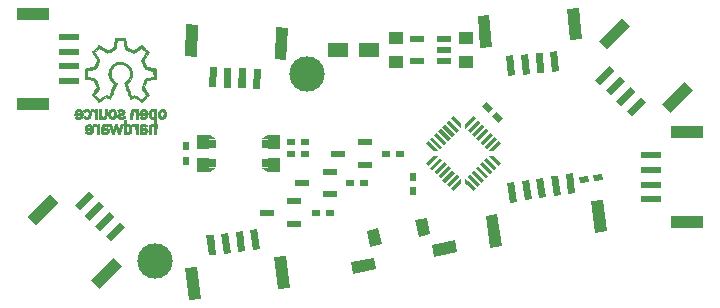
<source format=gbr>
G04 #@! TF.FileFunction,Soldermask,Bot*
%FSLAX46Y46*%
G04 Gerber Fmt 4.6, Leading zero omitted, Abs format (unit mm)*
G04 Created by KiCad (PCBNEW 4.0.7-e2-6376~58~ubuntu14.04.1) date Wed May 23 14:48:08 2018*
%MOMM*%
%LPD*%
G01*
G04 APERTURE LIST*
%ADD10C,0.100000*%
%ADD11C,0.010000*%
%ADD12R,1.200000X0.600000*%
%ADD13R,0.800000X0.500000*%
%ADD14R,1.200000X1.000000*%
%ADD15R,0.500000X0.800000*%
%ADD16C,3.000000*%
%ADD17R,1.800000X1.250000*%
%ADD18R,1.700000X0.600000*%
%ADD19R,2.700000X1.000000*%
%ADD20R,1.600000X0.800000*%
%ADD21R,1.000000X1.200000*%
G04 APERTURE END LIST*
D10*
D11*
G36*
X142555321Y-86246193D02*
X142464787Y-86293900D01*
X142407072Y-86363147D01*
X142385300Y-86438609D01*
X142373238Y-86559844D01*
X142370841Y-86665844D01*
X142371487Y-86775935D01*
X142375908Y-86848619D01*
X142387826Y-86897340D01*
X142410966Y-86935541D01*
X142449050Y-86976666D01*
X142459947Y-86987584D01*
X142520932Y-87042237D01*
X142571413Y-87065686D01*
X142632263Y-87066744D01*
X142644281Y-87065433D01*
X142719858Y-87052772D01*
X142779022Y-87036660D01*
X142784004Y-87034628D01*
X142803675Y-87029939D01*
X142816528Y-87041984D01*
X142823994Y-87078887D01*
X142827502Y-87148769D01*
X142828480Y-87259755D01*
X142828498Y-87287487D01*
X142827846Y-87407668D01*
X142824935Y-87485154D01*
X142818337Y-87528092D01*
X142806623Y-87544632D01*
X142788364Y-87542922D01*
X142784004Y-87541192D01*
X142654911Y-87507349D01*
X142542285Y-87521500D01*
X142445515Y-87583743D01*
X142432237Y-87597333D01*
X142407406Y-87626779D01*
X142390359Y-87658535D01*
X142379638Y-87702277D01*
X142373783Y-87767685D01*
X142371337Y-87864435D01*
X142370841Y-88002206D01*
X142370841Y-88345864D01*
X142453473Y-88337897D01*
X142536106Y-88329930D01*
X142543377Y-88051241D01*
X142550537Y-87902730D01*
X142564718Y-87798220D01*
X142588496Y-87731059D01*
X142624444Y-87694593D01*
X142675138Y-87682166D01*
X142686243Y-87681971D01*
X142737635Y-87686481D01*
X142773788Y-87704354D01*
X142797900Y-87743419D01*
X142813169Y-87811506D01*
X142822796Y-87916447D01*
X142828498Y-88030177D01*
X142841211Y-88329930D01*
X142924019Y-88337910D01*
X142990649Y-88334061D01*
X143019661Y-88312442D01*
X143022309Y-88280417D01*
X143024445Y-88203163D01*
X143026036Y-88086302D01*
X143027048Y-87935453D01*
X143027450Y-87756238D01*
X143027208Y-87554276D01*
X143026288Y-87335188D01*
X143025843Y-87262020D01*
X143022073Y-86685704D01*
X142828897Y-86685704D01*
X142816879Y-86775330D01*
X142792295Y-86839388D01*
X142786420Y-86846897D01*
X142719802Y-86888076D01*
X142645104Y-86882657D01*
X142595315Y-86851314D01*
X142565243Y-86796463D01*
X142549188Y-86711350D01*
X142547357Y-86614653D01*
X142559961Y-86525050D01*
X142587209Y-86461220D01*
X142590898Y-86456807D01*
X142656966Y-86416777D01*
X142732520Y-86417418D01*
X142788544Y-86450264D01*
X142814829Y-86504487D01*
X142828247Y-86589195D01*
X142828897Y-86685704D01*
X143022073Y-86685704D01*
X143019189Y-86245045D01*
X142947732Y-86236851D01*
X142882768Y-86240468D01*
X142841299Y-86257685D01*
X142794552Y-86273406D01*
X142755519Y-86259522D01*
X142657866Y-86233058D01*
X142555321Y-86246193D01*
X142555321Y-86246193D01*
G37*
X142555321Y-86246193D02*
X142464787Y-86293900D01*
X142407072Y-86363147D01*
X142385300Y-86438609D01*
X142373238Y-86559844D01*
X142370841Y-86665844D01*
X142371487Y-86775935D01*
X142375908Y-86848619D01*
X142387826Y-86897340D01*
X142410966Y-86935541D01*
X142449050Y-86976666D01*
X142459947Y-86987584D01*
X142520932Y-87042237D01*
X142571413Y-87065686D01*
X142632263Y-87066744D01*
X142644281Y-87065433D01*
X142719858Y-87052772D01*
X142779022Y-87036660D01*
X142784004Y-87034628D01*
X142803675Y-87029939D01*
X142816528Y-87041984D01*
X142823994Y-87078887D01*
X142827502Y-87148769D01*
X142828480Y-87259755D01*
X142828498Y-87287487D01*
X142827846Y-87407668D01*
X142824935Y-87485154D01*
X142818337Y-87528092D01*
X142806623Y-87544632D01*
X142788364Y-87542922D01*
X142784004Y-87541192D01*
X142654911Y-87507349D01*
X142542285Y-87521500D01*
X142445515Y-87583743D01*
X142432237Y-87597333D01*
X142407406Y-87626779D01*
X142390359Y-87658535D01*
X142379638Y-87702277D01*
X142373783Y-87767685D01*
X142371337Y-87864435D01*
X142370841Y-88002206D01*
X142370841Y-88345864D01*
X142453473Y-88337897D01*
X142536106Y-88329930D01*
X142543377Y-88051241D01*
X142550537Y-87902730D01*
X142564718Y-87798220D01*
X142588496Y-87731059D01*
X142624444Y-87694593D01*
X142675138Y-87682166D01*
X142686243Y-87681971D01*
X142737635Y-87686481D01*
X142773788Y-87704354D01*
X142797900Y-87743419D01*
X142813169Y-87811506D01*
X142822796Y-87916447D01*
X142828498Y-88030177D01*
X142841211Y-88329930D01*
X142924019Y-88337910D01*
X142990649Y-88334061D01*
X143019661Y-88312442D01*
X143022309Y-88280417D01*
X143024445Y-88203163D01*
X143026036Y-88086302D01*
X143027048Y-87935453D01*
X143027450Y-87756238D01*
X143027208Y-87554276D01*
X143026288Y-87335188D01*
X143025843Y-87262020D01*
X143022073Y-86685704D01*
X142828897Y-86685704D01*
X142816879Y-86775330D01*
X142792295Y-86839388D01*
X142786420Y-86846897D01*
X142719802Y-86888076D01*
X142645104Y-86882657D01*
X142595315Y-86851314D01*
X142565243Y-86796463D01*
X142549188Y-86711350D01*
X142547357Y-86614653D01*
X142559961Y-86525050D01*
X142587209Y-86461220D01*
X142590898Y-86456807D01*
X142656966Y-86416777D01*
X142732520Y-86417418D01*
X142788544Y-86450264D01*
X142814829Y-86504487D01*
X142828247Y-86589195D01*
X142828897Y-86685704D01*
X143022073Y-86685704D01*
X143019189Y-86245045D01*
X142947732Y-86236851D01*
X142882768Y-86240468D01*
X142841299Y-86257685D01*
X142794552Y-86273406D01*
X142755519Y-86259522D01*
X142657866Y-86233058D01*
X142555321Y-86246193D01*
G36*
X141855958Y-87509504D02*
X141754030Y-87538760D01*
X141672474Y-87586052D01*
X141624560Y-87648745D01*
X141620466Y-87661724D01*
X141615394Y-87709341D01*
X141612401Y-87795312D01*
X141611728Y-87907172D01*
X141613428Y-88024825D01*
X141616946Y-88153515D01*
X141621352Y-88240067D01*
X141628480Y-88293183D01*
X141640159Y-88321566D01*
X141658224Y-88333920D01*
X141679397Y-88338238D01*
X141738835Y-88334468D01*
X141769239Y-88320623D01*
X141817555Y-88309468D01*
X141837760Y-88318282D01*
X141896709Y-88335744D01*
X141980750Y-88339533D01*
X142066009Y-88329696D01*
X142106719Y-88317724D01*
X142174487Y-88270911D01*
X142232545Y-88198756D01*
X142265986Y-88121676D01*
X142269139Y-88095239D01*
X142262488Y-88066497D01*
X142089606Y-88066497D01*
X142075730Y-88116517D01*
X142060651Y-88134154D01*
X142012227Y-88155714D01*
X141937574Y-88164321D01*
X141860006Y-88158475D01*
X141826274Y-88149232D01*
X141795215Y-88112903D01*
X141786056Y-88060243D01*
X141790228Y-88013321D01*
X141812367Y-87992269D01*
X141866904Y-87986816D01*
X141889429Y-87986687D01*
X141991207Y-87997061D01*
X142059682Y-88025171D01*
X142089606Y-88066497D01*
X142262488Y-88066497D01*
X142247779Y-88002944D01*
X142192751Y-87919315D01*
X142117635Y-87864121D01*
X142107739Y-87860285D01*
X142035845Y-87844332D01*
X141943550Y-87835073D01*
X141907700Y-87834134D01*
X141833474Y-87832468D01*
X141797759Y-87822555D01*
X141788227Y-87797025D01*
X141790724Y-87764214D01*
X141801416Y-87719753D01*
X141829951Y-87697559D01*
X141891344Y-87687726D01*
X141908706Y-87686384D01*
X141984871Y-87687831D01*
X142042517Y-87701012D01*
X142053686Y-87707557D01*
X142090727Y-87721154D01*
X142139802Y-87699109D01*
X142152710Y-87690042D01*
X142202885Y-87648133D01*
X142211001Y-87615660D01*
X142176892Y-87577035D01*
X142151296Y-87556300D01*
X142067859Y-87515639D01*
X141964990Y-87500918D01*
X141855958Y-87509504D01*
X141855958Y-87509504D01*
G37*
X141855958Y-87509504D02*
X141754030Y-87538760D01*
X141672474Y-87586052D01*
X141624560Y-87648745D01*
X141620466Y-87661724D01*
X141615394Y-87709341D01*
X141612401Y-87795312D01*
X141611728Y-87907172D01*
X141613428Y-88024825D01*
X141616946Y-88153515D01*
X141621352Y-88240067D01*
X141628480Y-88293183D01*
X141640159Y-88321566D01*
X141658224Y-88333920D01*
X141679397Y-88338238D01*
X141738835Y-88334468D01*
X141769239Y-88320623D01*
X141817555Y-88309468D01*
X141837760Y-88318282D01*
X141896709Y-88335744D01*
X141980750Y-88339533D01*
X142066009Y-88329696D01*
X142106719Y-88317724D01*
X142174487Y-88270911D01*
X142232545Y-88198756D01*
X142265986Y-88121676D01*
X142269139Y-88095239D01*
X142262488Y-88066497D01*
X142089606Y-88066497D01*
X142075730Y-88116517D01*
X142060651Y-88134154D01*
X142012227Y-88155714D01*
X141937574Y-88164321D01*
X141860006Y-88158475D01*
X141826274Y-88149232D01*
X141795215Y-88112903D01*
X141786056Y-88060243D01*
X141790228Y-88013321D01*
X141812367Y-87992269D01*
X141866904Y-87986816D01*
X141889429Y-87986687D01*
X141991207Y-87997061D01*
X142059682Y-88025171D01*
X142089606Y-88066497D01*
X142262488Y-88066497D01*
X142247779Y-88002944D01*
X142192751Y-87919315D01*
X142117635Y-87864121D01*
X142107739Y-87860285D01*
X142035845Y-87844332D01*
X141943550Y-87835073D01*
X141907700Y-87834134D01*
X141833474Y-87832468D01*
X141797759Y-87822555D01*
X141788227Y-87797025D01*
X141790724Y-87764214D01*
X141801416Y-87719753D01*
X141829951Y-87697559D01*
X141891344Y-87687726D01*
X141908706Y-87686384D01*
X141984871Y-87687831D01*
X142042517Y-87701012D01*
X142053686Y-87707557D01*
X142090727Y-87721154D01*
X142139802Y-87699109D01*
X142152710Y-87690042D01*
X142202885Y-87648133D01*
X142211001Y-87615660D01*
X142176892Y-87577035D01*
X142151296Y-87556300D01*
X142067859Y-87515639D01*
X141964990Y-87500918D01*
X141855958Y-87509504D01*
G36*
X141282149Y-87511241D02*
X141247985Y-87529907D01*
X141246669Y-87532675D01*
X141226814Y-87549031D01*
X141182658Y-87532675D01*
X141096132Y-87506994D01*
X141003741Y-87510059D01*
X140935801Y-87537503D01*
X140905916Y-87564307D01*
X140906186Y-87592515D01*
X140933766Y-87639054D01*
X140971800Y-87684111D01*
X141017826Y-87697833D01*
X141070613Y-87693256D01*
X141136100Y-87687107D01*
X141182332Y-87695628D01*
X141213157Y-87725962D01*
X141232421Y-87785248D01*
X141243971Y-87880628D01*
X141251654Y-88019242D01*
X141252122Y-88030177D01*
X141264835Y-88329930D01*
X141347467Y-88337897D01*
X141430100Y-88345864D01*
X141430100Y-87503603D01*
X141343230Y-87503603D01*
X141282149Y-87511241D01*
X141282149Y-87511241D01*
G37*
X141282149Y-87511241D02*
X141247985Y-87529907D01*
X141246669Y-87532675D01*
X141226814Y-87549031D01*
X141182658Y-87532675D01*
X141096132Y-87506994D01*
X141003741Y-87510059D01*
X140935801Y-87537503D01*
X140905916Y-87564307D01*
X140906186Y-87592515D01*
X140933766Y-87639054D01*
X140971800Y-87684111D01*
X141017826Y-87697833D01*
X141070613Y-87693256D01*
X141136100Y-87687107D01*
X141182332Y-87695628D01*
X141213157Y-87725962D01*
X141232421Y-87785248D01*
X141243971Y-87880628D01*
X141251654Y-88019242D01*
X141252122Y-88030177D01*
X141264835Y-88329930D01*
X141347467Y-88337897D01*
X141430100Y-88345864D01*
X141430100Y-87503603D01*
X141343230Y-87503603D01*
X141282149Y-87511241D01*
G36*
X140240984Y-87751501D02*
X140247818Y-88329930D01*
X140330450Y-88337897D01*
X140390961Y-88336461D01*
X140412629Y-88314024D01*
X140413083Y-88307623D01*
X140418802Y-88283985D01*
X140444948Y-88287381D01*
X140483003Y-88305856D01*
X140598751Y-88338814D01*
X140719444Y-88323008D01*
X140737097Y-88316484D01*
X140788335Y-88279956D01*
X140839677Y-88220223D01*
X140846352Y-88210038D01*
X140871577Y-88162216D01*
X140886365Y-88109065D01*
X140892616Y-88036933D01*
X140892231Y-87932167D01*
X140892135Y-87928780D01*
X140718188Y-87928780D01*
X140703686Y-88039833D01*
X140664144Y-88118626D01*
X140605508Y-88160181D01*
X140533723Y-88159517D01*
X140477558Y-88130337D01*
X140443434Y-88082558D01*
X140424212Y-87995921D01*
X140420772Y-87958715D01*
X140423281Y-87831136D01*
X140452996Y-87744800D01*
X140511165Y-87697224D01*
X140557417Y-87686509D01*
X140635115Y-87698333D01*
X140687026Y-87752268D01*
X140713848Y-87849367D01*
X140718188Y-87928780D01*
X140892135Y-87928780D01*
X140891008Y-87889225D01*
X140886693Y-87777463D01*
X140879879Y-87703799D01*
X140866861Y-87655494D01*
X140843932Y-87619809D01*
X140807388Y-87584006D01*
X140800420Y-87577763D01*
X140704434Y-87520339D01*
X140598643Y-87502591D01*
X140498594Y-87526143D01*
X140469591Y-87543183D01*
X140413083Y-87582763D01*
X140413083Y-87173073D01*
X140234150Y-87173073D01*
X140240984Y-87751501D01*
X140240984Y-87751501D01*
G37*
X140240984Y-87751501D02*
X140247818Y-88329930D01*
X140330450Y-88337897D01*
X140390961Y-88336461D01*
X140412629Y-88314024D01*
X140413083Y-88307623D01*
X140418802Y-88283985D01*
X140444948Y-88287381D01*
X140483003Y-88305856D01*
X140598751Y-88338814D01*
X140719444Y-88323008D01*
X140737097Y-88316484D01*
X140788335Y-88279956D01*
X140839677Y-88220223D01*
X140846352Y-88210038D01*
X140871577Y-88162216D01*
X140886365Y-88109065D01*
X140892616Y-88036933D01*
X140892231Y-87932167D01*
X140892135Y-87928780D01*
X140718188Y-87928780D01*
X140703686Y-88039833D01*
X140664144Y-88118626D01*
X140605508Y-88160181D01*
X140533723Y-88159517D01*
X140477558Y-88130337D01*
X140443434Y-88082558D01*
X140424212Y-87995921D01*
X140420772Y-87958715D01*
X140423281Y-87831136D01*
X140452996Y-87744800D01*
X140511165Y-87697224D01*
X140557417Y-87686509D01*
X140635115Y-87698333D01*
X140687026Y-87752268D01*
X140713848Y-87849367D01*
X140718188Y-87928780D01*
X140892135Y-87928780D01*
X140891008Y-87889225D01*
X140886693Y-87777463D01*
X140879879Y-87703799D01*
X140866861Y-87655494D01*
X140843932Y-87619809D01*
X140807388Y-87584006D01*
X140800420Y-87577763D01*
X140704434Y-87520339D01*
X140598643Y-87502591D01*
X140498594Y-87526143D01*
X140469591Y-87543183D01*
X140413083Y-87582763D01*
X140413083Y-87173073D01*
X140234150Y-87173073D01*
X140240984Y-87751501D01*
G36*
X140034324Y-87505668D02*
X140005427Y-87516661D01*
X139981353Y-87543778D01*
X139958502Y-87594216D01*
X139933274Y-87675173D01*
X139902068Y-87793844D01*
X139877687Y-87891341D01*
X139857403Y-87960980D01*
X139839006Y-88004399D01*
X139831636Y-88011666D01*
X139817881Y-87988807D01*
X139793495Y-87927468D01*
X139762335Y-87837915D01*
X139738505Y-87763768D01*
X139702301Y-87651043D01*
X139674815Y-87578197D01*
X139650935Y-87536174D01*
X139625552Y-87515918D01*
X139594450Y-87508478D01*
X139563754Y-87507672D01*
X139539896Y-87519184D01*
X139517803Y-87551341D01*
X139492402Y-87612465D01*
X139458622Y-87710882D01*
X139443940Y-87755495D01*
X139408601Y-87858433D01*
X139377901Y-87938894D01*
X139355613Y-87987522D01*
X139346453Y-87997302D01*
X139334150Y-87968575D01*
X139312573Y-87902140D01*
X139285327Y-87809482D01*
X139268900Y-87750285D01*
X139205297Y-87516316D01*
X139107748Y-87508291D01*
X139045429Y-87505635D01*
X139021725Y-87516759D01*
X139024787Y-87549185D01*
X139027643Y-87559142D01*
X139075506Y-87717775D01*
X139123864Y-87872904D01*
X139170044Y-88016442D01*
X139211367Y-88140302D01*
X139245158Y-88236397D01*
X139268741Y-88296640D01*
X139276826Y-88312146D01*
X139319913Y-88334855D01*
X139366040Y-88337572D01*
X139395619Y-88329624D01*
X139419675Y-88308088D01*
X139442782Y-88264166D01*
X139469513Y-88189059D01*
X139504442Y-88073968D01*
X139506233Y-88067867D01*
X139540603Y-87958763D01*
X139570029Y-87880793D01*
X139591757Y-87840587D01*
X139601259Y-87839038D01*
X139616201Y-87877969D01*
X139639828Y-87951976D01*
X139667716Y-88047004D01*
X139675744Y-88075676D01*
X139710590Y-88194608D01*
X139739838Y-88272325D01*
X139768841Y-88317273D01*
X139802949Y-88337894D01*
X139844922Y-88342642D01*
X139896399Y-88330981D01*
X139917495Y-88310861D01*
X139935925Y-88255917D01*
X139963684Y-88169281D01*
X139997672Y-88061058D01*
X140034789Y-87941349D01*
X140071934Y-87820258D01*
X140106008Y-87707888D01*
X140133911Y-87614342D01*
X140152541Y-87549723D01*
X140158829Y-87524399D01*
X140136496Y-87510537D01*
X140081728Y-87503743D01*
X140071644Y-87503603D01*
X140034324Y-87505668D01*
X140034324Y-87505668D01*
G37*
X140034324Y-87505668D02*
X140005427Y-87516661D01*
X139981353Y-87543778D01*
X139958502Y-87594216D01*
X139933274Y-87675173D01*
X139902068Y-87793844D01*
X139877687Y-87891341D01*
X139857403Y-87960980D01*
X139839006Y-88004399D01*
X139831636Y-88011666D01*
X139817881Y-87988807D01*
X139793495Y-87927468D01*
X139762335Y-87837915D01*
X139738505Y-87763768D01*
X139702301Y-87651043D01*
X139674815Y-87578197D01*
X139650935Y-87536174D01*
X139625552Y-87515918D01*
X139594450Y-87508478D01*
X139563754Y-87507672D01*
X139539896Y-87519184D01*
X139517803Y-87551341D01*
X139492402Y-87612465D01*
X139458622Y-87710882D01*
X139443940Y-87755495D01*
X139408601Y-87858433D01*
X139377901Y-87938894D01*
X139355613Y-87987522D01*
X139346453Y-87997302D01*
X139334150Y-87968575D01*
X139312573Y-87902140D01*
X139285327Y-87809482D01*
X139268900Y-87750285D01*
X139205297Y-87516316D01*
X139107748Y-87508291D01*
X139045429Y-87505635D01*
X139021725Y-87516759D01*
X139024787Y-87549185D01*
X139027643Y-87559142D01*
X139075506Y-87717775D01*
X139123864Y-87872904D01*
X139170044Y-88016442D01*
X139211367Y-88140302D01*
X139245158Y-88236397D01*
X139268741Y-88296640D01*
X139276826Y-88312146D01*
X139319913Y-88334855D01*
X139366040Y-88337572D01*
X139395619Y-88329624D01*
X139419675Y-88308088D01*
X139442782Y-88264166D01*
X139469513Y-88189059D01*
X139504442Y-88073968D01*
X139506233Y-88067867D01*
X139540603Y-87958763D01*
X139570029Y-87880793D01*
X139591757Y-87840587D01*
X139601259Y-87839038D01*
X139616201Y-87877969D01*
X139639828Y-87951976D01*
X139667716Y-88047004D01*
X139675744Y-88075676D01*
X139710590Y-88194608D01*
X139739838Y-88272325D01*
X139768841Y-88317273D01*
X139802949Y-88337894D01*
X139844922Y-88342642D01*
X139896399Y-88330981D01*
X139917495Y-88310861D01*
X139935925Y-88255917D01*
X139963684Y-88169281D01*
X139997672Y-88061058D01*
X140034789Y-87941349D01*
X140071934Y-87820258D01*
X140106008Y-87707888D01*
X140133911Y-87614342D01*
X140152541Y-87549723D01*
X140158829Y-87524399D01*
X140136496Y-87510537D01*
X140081728Y-87503743D01*
X140071644Y-87503603D01*
X140034324Y-87505668D01*
G36*
X138588860Y-87513632D02*
X138497027Y-87538614D01*
X138440934Y-87569970D01*
X138401176Y-87614974D01*
X138375521Y-87681508D01*
X138361738Y-87777457D01*
X138357596Y-87910704D01*
X138359126Y-88025795D01*
X138362586Y-88154246D01*
X138366962Y-88240572D01*
X138374091Y-88293492D01*
X138385809Y-88321723D01*
X138403953Y-88333983D01*
X138424943Y-88338238D01*
X138483995Y-88335157D01*
X138513932Y-88322311D01*
X138560520Y-88311128D01*
X138595165Y-88318572D01*
X138690434Y-88337534D01*
X138798965Y-88331553D01*
X138862132Y-88314478D01*
X138945807Y-88256765D01*
X138998786Y-88169797D01*
X139012552Y-88088208D01*
X138835771Y-88088208D01*
X138821541Y-88134621D01*
X138804925Y-88147826D01*
X138741560Y-88160770D01*
X138664124Y-88161150D01*
X138595474Y-88150254D01*
X138562112Y-88134154D01*
X138537481Y-88085450D01*
X138531602Y-88045165D01*
X138537330Y-88008713D01*
X138563552Y-87991608D01*
X138623823Y-87986796D01*
X138643937Y-87986687D01*
X138722623Y-87990060D01*
X138783923Y-87998502D01*
X138796489Y-88002119D01*
X138826935Y-88035656D01*
X138835771Y-88088208D01*
X139012552Y-88088208D01*
X139015914Y-88068289D01*
X138992035Y-87966958D01*
X138987213Y-87957437D01*
X138931073Y-87901094D01*
X138837286Y-87859362D01*
X138718055Y-87836810D01*
X138657857Y-87834134D01*
X138581869Y-87832612D01*
X138544577Y-87823388D01*
X138533826Y-87799473D01*
X138536269Y-87764214D01*
X138545725Y-87721926D01*
X138570795Y-87699825D01*
X138625564Y-87689630D01*
X138668632Y-87686400D01*
X138746306Y-87686605D01*
X138803323Y-87696041D01*
X138818255Y-87703810D01*
X138855183Y-87710199D01*
X138904819Y-87689220D01*
X138947531Y-87652747D01*
X138963834Y-87615747D01*
X138940735Y-87571674D01*
X138879538Y-87537418D01*
X138792394Y-87514988D01*
X138691451Y-87506390D01*
X138588860Y-87513632D01*
X138588860Y-87513632D01*
G37*
X138588860Y-87513632D02*
X138497027Y-87538614D01*
X138440934Y-87569970D01*
X138401176Y-87614974D01*
X138375521Y-87681508D01*
X138361738Y-87777457D01*
X138357596Y-87910704D01*
X138359126Y-88025795D01*
X138362586Y-88154246D01*
X138366962Y-88240572D01*
X138374091Y-88293492D01*
X138385809Y-88321723D01*
X138403953Y-88333983D01*
X138424943Y-88338238D01*
X138483995Y-88335157D01*
X138513932Y-88322311D01*
X138560520Y-88311128D01*
X138595165Y-88318572D01*
X138690434Y-88337534D01*
X138798965Y-88331553D01*
X138862132Y-88314478D01*
X138945807Y-88256765D01*
X138998786Y-88169797D01*
X139012552Y-88088208D01*
X138835771Y-88088208D01*
X138821541Y-88134621D01*
X138804925Y-88147826D01*
X138741560Y-88160770D01*
X138664124Y-88161150D01*
X138595474Y-88150254D01*
X138562112Y-88134154D01*
X138537481Y-88085450D01*
X138531602Y-88045165D01*
X138537330Y-88008713D01*
X138563552Y-87991608D01*
X138623823Y-87986796D01*
X138643937Y-87986687D01*
X138722623Y-87990060D01*
X138783923Y-87998502D01*
X138796489Y-88002119D01*
X138826935Y-88035656D01*
X138835771Y-88088208D01*
X139012552Y-88088208D01*
X139015914Y-88068289D01*
X138992035Y-87966958D01*
X138987213Y-87957437D01*
X138931073Y-87901094D01*
X138837286Y-87859362D01*
X138718055Y-87836810D01*
X138657857Y-87834134D01*
X138581869Y-87832612D01*
X138544577Y-87823388D01*
X138533826Y-87799473D01*
X138536269Y-87764214D01*
X138545725Y-87721926D01*
X138570795Y-87699825D01*
X138625564Y-87689630D01*
X138668632Y-87686400D01*
X138746306Y-87686605D01*
X138803323Y-87696041D01*
X138818255Y-87703810D01*
X138855183Y-87710199D01*
X138904819Y-87689220D01*
X138947531Y-87652747D01*
X138963834Y-87615747D01*
X138940735Y-87571674D01*
X138879538Y-87537418D01*
X138792394Y-87514988D01*
X138691451Y-87506390D01*
X138588860Y-87513632D01*
G36*
X138045041Y-87512515D02*
X138023094Y-87539981D01*
X138023093Y-87540234D01*
X138017046Y-87562615D01*
X137990011Y-87558336D01*
X137953173Y-87540390D01*
X137855513Y-87509105D01*
X137756485Y-87509197D01*
X137678353Y-87539693D01*
X137647255Y-87566287D01*
X137647436Y-87590666D01*
X137680776Y-87630876D01*
X137688749Y-87639383D01*
X137746692Y-87684747D01*
X137811615Y-87692665D01*
X137828589Y-87690469D01*
X137913567Y-87694544D01*
X137959530Y-87715807D01*
X137981848Y-87737825D01*
X137997174Y-87771053D01*
X138007243Y-87825188D01*
X138013786Y-87909930D01*
X138018537Y-88034975D01*
X138018925Y-88048151D01*
X138027469Y-88342642D01*
X138097320Y-88342642D01*
X138154736Y-88337032D01*
X138184121Y-88325692D01*
X138189897Y-88295697D01*
X138194829Y-88223894D01*
X138198549Y-88119324D01*
X138200693Y-87991028D01*
X138201071Y-87906173D01*
X138201071Y-87503603D01*
X138112082Y-87503603D01*
X138045041Y-87512515D01*
X138045041Y-87512515D01*
G37*
X138045041Y-87512515D02*
X138023094Y-87539981D01*
X138023093Y-87540234D01*
X138017046Y-87562615D01*
X137990011Y-87558336D01*
X137953173Y-87540390D01*
X137855513Y-87509105D01*
X137756485Y-87509197D01*
X137678353Y-87539693D01*
X137647255Y-87566287D01*
X137647436Y-87590666D01*
X137680776Y-87630876D01*
X137688749Y-87639383D01*
X137746692Y-87684747D01*
X137811615Y-87692665D01*
X137828589Y-87690469D01*
X137913567Y-87694544D01*
X137959530Y-87715807D01*
X137981848Y-87737825D01*
X137997174Y-87771053D01*
X138007243Y-87825188D01*
X138013786Y-87909930D01*
X138018537Y-88034975D01*
X138018925Y-88048151D01*
X138027469Y-88342642D01*
X138097320Y-88342642D01*
X138154736Y-88337032D01*
X138184121Y-88325692D01*
X138189897Y-88295697D01*
X138194829Y-88223894D01*
X138198549Y-88119324D01*
X138200693Y-87991028D01*
X138201071Y-87906173D01*
X138201071Y-87503603D01*
X138112082Y-87503603D01*
X138045041Y-87512515D01*
G36*
X137151104Y-87545022D02*
X137056099Y-87618909D01*
X136993589Y-87729238D01*
X136972188Y-87819179D01*
X136965073Y-87895238D01*
X136965945Y-87950203D01*
X136969564Y-87963892D01*
X136999544Y-87973773D01*
X137068405Y-87981495D01*
X137164190Y-87985984D01*
X137223693Y-87986687D01*
X137349625Y-87989616D01*
X137428775Y-88000116D01*
X137464964Y-88020756D01*
X137462013Y-88054102D01*
X137423745Y-88102723D01*
X137412883Y-88113814D01*
X137337889Y-88156013D01*
X137248144Y-88159937D01*
X137167069Y-88127034D01*
X137125542Y-88104741D01*
X137088836Y-88112056D01*
X137046041Y-88142345D01*
X137002743Y-88182632D01*
X136997398Y-88212946D01*
X137011475Y-88234765D01*
X137093360Y-88297104D01*
X137203048Y-88331663D01*
X137324353Y-88336176D01*
X137441091Y-88308376D01*
X137463734Y-88298108D01*
X137556791Y-88224228D01*
X137615980Y-88112956D01*
X137640851Y-87965231D01*
X137641672Y-87928663D01*
X137625961Y-87774099D01*
X137460648Y-87774099D01*
X137459197Y-87808249D01*
X137411337Y-87827721D01*
X137315522Y-87834127D01*
X137311181Y-87834134D01*
X137221364Y-87830914D01*
X137173408Y-87819877D01*
X137158651Y-87798963D01*
X137158629Y-87797812D01*
X137180216Y-87738418D01*
X137234555Y-87699145D01*
X137306011Y-87684475D01*
X137378948Y-87698893D01*
X137417237Y-87723660D01*
X137460648Y-87774099D01*
X137625961Y-87774099D01*
X137625322Y-87767818D01*
X137576993Y-87644535D01*
X137497913Y-87560209D01*
X137389307Y-87516233D01*
X137274620Y-87511628D01*
X137151104Y-87545022D01*
X137151104Y-87545022D01*
G37*
X137151104Y-87545022D02*
X137056099Y-87618909D01*
X136993589Y-87729238D01*
X136972188Y-87819179D01*
X136965073Y-87895238D01*
X136965945Y-87950203D01*
X136969564Y-87963892D01*
X136999544Y-87973773D01*
X137068405Y-87981495D01*
X137164190Y-87985984D01*
X137223693Y-87986687D01*
X137349625Y-87989616D01*
X137428775Y-88000116D01*
X137464964Y-88020756D01*
X137462013Y-88054102D01*
X137423745Y-88102723D01*
X137412883Y-88113814D01*
X137337889Y-88156013D01*
X137248144Y-88159937D01*
X137167069Y-88127034D01*
X137125542Y-88104741D01*
X137088836Y-88112056D01*
X137046041Y-88142345D01*
X137002743Y-88182632D01*
X136997398Y-88212946D01*
X137011475Y-88234765D01*
X137093360Y-88297104D01*
X137203048Y-88331663D01*
X137324353Y-88336176D01*
X137441091Y-88308376D01*
X137463734Y-88298108D01*
X137556791Y-88224228D01*
X137615980Y-88112956D01*
X137640851Y-87965231D01*
X137641672Y-87928663D01*
X137625961Y-87774099D01*
X137460648Y-87774099D01*
X137459197Y-87808249D01*
X137411337Y-87827721D01*
X137315522Y-87834127D01*
X137311181Y-87834134D01*
X137221364Y-87830914D01*
X137173408Y-87819877D01*
X137158651Y-87798963D01*
X137158629Y-87797812D01*
X137180216Y-87738418D01*
X137234555Y-87699145D01*
X137306011Y-87684475D01*
X137378948Y-87698893D01*
X137417237Y-87723660D01*
X137460648Y-87774099D01*
X137625961Y-87774099D01*
X137625322Y-87767818D01*
X137576993Y-87644535D01*
X137497913Y-87560209D01*
X137389307Y-87516233D01*
X137274620Y-87511628D01*
X137151104Y-87545022D01*
G36*
X143404394Y-86240692D02*
X143298447Y-86279936D01*
X143211935Y-86355037D01*
X143197688Y-86374945D01*
X143157938Y-86471255D01*
X143139096Y-86594686D01*
X143141943Y-86725660D01*
X143167257Y-86844601D01*
X143177894Y-86871771D01*
X143249410Y-86977943D01*
X143347719Y-87044732D01*
X143464217Y-87069265D01*
X143590299Y-87048667D01*
X143642112Y-87026837D01*
X143720170Y-86967876D01*
X143775556Y-86893393D01*
X143806648Y-86792622D01*
X143818965Y-86666701D01*
X143816670Y-86623399D01*
X143639635Y-86623399D01*
X143636736Y-86670831D01*
X143615382Y-86788836D01*
X143573067Y-86864104D01*
X143512306Y-86894730D01*
X143435613Y-86878806D01*
X143394530Y-86854524D01*
X143346060Y-86792792D01*
X143320404Y-86702919D01*
X143318234Y-86602542D01*
X143340223Y-86509297D01*
X143379039Y-86448187D01*
X143445201Y-86414303D01*
X143523157Y-86420275D01*
X143594111Y-86464011D01*
X143624488Y-86502605D01*
X143638511Y-86550149D01*
X143639635Y-86623399D01*
X143816670Y-86623399D01*
X143812135Y-86537888D01*
X143785781Y-86428441D01*
X143783482Y-86422763D01*
X143719319Y-86328339D01*
X143626781Y-86265869D01*
X143517822Y-86236328D01*
X143404394Y-86240692D01*
X143404394Y-86240692D01*
G37*
X143404394Y-86240692D02*
X143298447Y-86279936D01*
X143211935Y-86355037D01*
X143197688Y-86374945D01*
X143157938Y-86471255D01*
X143139096Y-86594686D01*
X143141943Y-86725660D01*
X143167257Y-86844601D01*
X143177894Y-86871771D01*
X143249410Y-86977943D01*
X143347719Y-87044732D01*
X143464217Y-87069265D01*
X143590299Y-87048667D01*
X143642112Y-87026837D01*
X143720170Y-86967876D01*
X143775556Y-86893393D01*
X143806648Y-86792622D01*
X143818965Y-86666701D01*
X143816670Y-86623399D01*
X143639635Y-86623399D01*
X143636736Y-86670831D01*
X143615382Y-86788836D01*
X143573067Y-86864104D01*
X143512306Y-86894730D01*
X143435613Y-86878806D01*
X143394530Y-86854524D01*
X143346060Y-86792792D01*
X143320404Y-86702919D01*
X143318234Y-86602542D01*
X143340223Y-86509297D01*
X143379039Y-86448187D01*
X143445201Y-86414303D01*
X143523157Y-86420275D01*
X143594111Y-86464011D01*
X143624488Y-86502605D01*
X143638511Y-86550149D01*
X143639635Y-86623399D01*
X143816670Y-86623399D01*
X143812135Y-86537888D01*
X143785781Y-86428441D01*
X143783482Y-86422763D01*
X143719319Y-86328339D01*
X143626781Y-86265869D01*
X143517822Y-86236328D01*
X143404394Y-86240692D01*
G36*
X141806602Y-86258442D02*
X141767604Y-86274898D01*
X141684751Y-86340070D01*
X141622218Y-86440203D01*
X141587636Y-86561017D01*
X141583211Y-86620070D01*
X141582653Y-86715415D01*
X141836907Y-86715415D01*
X141966735Y-86718050D01*
X142049896Y-86727615D01*
X142090379Y-86746606D01*
X142092173Y-86777514D01*
X142059268Y-86822833D01*
X142040310Y-86842542D01*
X141966412Y-86883734D01*
X141874745Y-86890060D01*
X141785448Y-86860549D01*
X141776893Y-86855243D01*
X141732951Y-86832446D01*
X141699506Y-86841455D01*
X141662978Y-86876370D01*
X141626779Y-86919307D01*
X141624658Y-86946612D01*
X141652225Y-86976315D01*
X141759840Y-87041460D01*
X141887065Y-87067997D01*
X142018391Y-87054093D01*
X142088208Y-87027830D01*
X142170386Y-86960779D01*
X142229038Y-86859221D01*
X142261614Y-86734972D01*
X142265563Y-86599848D01*
X142254047Y-86543095D01*
X142091161Y-86543095D01*
X142068061Y-86553521D01*
X142008019Y-86560684D01*
X141938609Y-86562863D01*
X141852678Y-86560698D01*
X141806251Y-86551954D01*
X141788080Y-86533257D01*
X141786056Y-86517097D01*
X141807055Y-86457628D01*
X141859722Y-86420103D01*
X141928560Y-86407458D01*
X141998074Y-86422626D01*
X142051581Y-86466818D01*
X142081060Y-86515517D01*
X142091161Y-86543095D01*
X142254047Y-86543095D01*
X142238335Y-86465664D01*
X142219728Y-86418353D01*
X142148584Y-86315588D01*
X142051023Y-86253097D01*
X141934533Y-86233257D01*
X141806602Y-86258442D01*
X141806602Y-86258442D01*
G37*
X141806602Y-86258442D02*
X141767604Y-86274898D01*
X141684751Y-86340070D01*
X141622218Y-86440203D01*
X141587636Y-86561017D01*
X141583211Y-86620070D01*
X141582653Y-86715415D01*
X141836907Y-86715415D01*
X141966735Y-86718050D01*
X142049896Y-86727615D01*
X142090379Y-86746606D01*
X142092173Y-86777514D01*
X142059268Y-86822833D01*
X142040310Y-86842542D01*
X141966412Y-86883734D01*
X141874745Y-86890060D01*
X141785448Y-86860549D01*
X141776893Y-86855243D01*
X141732951Y-86832446D01*
X141699506Y-86841455D01*
X141662978Y-86876370D01*
X141626779Y-86919307D01*
X141624658Y-86946612D01*
X141652225Y-86976315D01*
X141759840Y-87041460D01*
X141887065Y-87067997D01*
X142018391Y-87054093D01*
X142088208Y-87027830D01*
X142170386Y-86960779D01*
X142229038Y-86859221D01*
X142261614Y-86734972D01*
X142265563Y-86599848D01*
X142254047Y-86543095D01*
X142091161Y-86543095D01*
X142068061Y-86553521D01*
X142008019Y-86560684D01*
X141938609Y-86562863D01*
X141852678Y-86560698D01*
X141806251Y-86551954D01*
X141788080Y-86533257D01*
X141786056Y-86517097D01*
X141807055Y-86457628D01*
X141859722Y-86420103D01*
X141928560Y-86407458D01*
X141998074Y-86422626D01*
X142051581Y-86466818D01*
X142081060Y-86515517D01*
X142091161Y-86543095D01*
X142254047Y-86543095D01*
X142238335Y-86465664D01*
X142219728Y-86418353D01*
X142148584Y-86315588D01*
X142051023Y-86253097D01*
X141934533Y-86233257D01*
X141806602Y-86258442D01*
G36*
X140997998Y-86248734D02*
X140901843Y-86305172D01*
X140864950Y-86343366D01*
X140846491Y-86374030D01*
X140833846Y-86418493D01*
X140825984Y-86485872D01*
X140821872Y-86585280D01*
X140820476Y-86725834D01*
X140820455Y-86736095D01*
X140819890Y-87074593D01*
X140902523Y-87066626D01*
X140985155Y-87058659D01*
X140992426Y-86779970D01*
X140999586Y-86631459D01*
X141013767Y-86526949D01*
X141037545Y-86459788D01*
X141073493Y-86423321D01*
X141124187Y-86410895D01*
X141135292Y-86410699D01*
X141186685Y-86415210D01*
X141222837Y-86433082D01*
X141246949Y-86472147D01*
X141262219Y-86540235D01*
X141271845Y-86645176D01*
X141277548Y-86758906D01*
X141290260Y-87058659D01*
X141373068Y-87066639D01*
X141441034Y-87062419D01*
X141469123Y-87040096D01*
X141473329Y-87003525D01*
X141476022Y-86926014D01*
X141477054Y-86817459D01*
X141476279Y-86687752D01*
X141475304Y-86625309D01*
X141468238Y-86245045D01*
X141396781Y-86236851D01*
X141331817Y-86240468D01*
X141290348Y-86257685D01*
X141243601Y-86273406D01*
X141204568Y-86259522D01*
X141103683Y-86232339D01*
X140997998Y-86248734D01*
X140997998Y-86248734D01*
G37*
X140997998Y-86248734D02*
X140901843Y-86305172D01*
X140864950Y-86343366D01*
X140846491Y-86374030D01*
X140833846Y-86418493D01*
X140825984Y-86485872D01*
X140821872Y-86585280D01*
X140820476Y-86725834D01*
X140820455Y-86736095D01*
X140819890Y-87074593D01*
X140902523Y-87066626D01*
X140985155Y-87058659D01*
X140992426Y-86779970D01*
X140999586Y-86631459D01*
X141013767Y-86526949D01*
X141037545Y-86459788D01*
X141073493Y-86423321D01*
X141124187Y-86410895D01*
X141135292Y-86410699D01*
X141186685Y-86415210D01*
X141222837Y-86433082D01*
X141246949Y-86472147D01*
X141262219Y-86540235D01*
X141271845Y-86645176D01*
X141277548Y-86758906D01*
X141290260Y-87058659D01*
X141373068Y-87066639D01*
X141441034Y-87062419D01*
X141469123Y-87040096D01*
X141473329Y-87003525D01*
X141476022Y-86926014D01*
X141477054Y-86817459D01*
X141476279Y-86687752D01*
X141475304Y-86625309D01*
X141468238Y-86245045D01*
X141396781Y-86236851D01*
X141331817Y-86240468D01*
X141290348Y-86257685D01*
X141243601Y-86273406D01*
X141204568Y-86259522D01*
X141103683Y-86232339D01*
X140997998Y-86248734D01*
G36*
X139859433Y-86259716D02*
X139801284Y-86283993D01*
X139700020Y-86335655D01*
X139745090Y-86398509D01*
X139792714Y-86443682D01*
X139841011Y-86445278D01*
X139896864Y-86433049D01*
X139977787Y-86421146D01*
X140012493Y-86417308D01*
X140089524Y-86413441D01*
X140130911Y-86423660D01*
X140150107Y-86449681D01*
X140146685Y-86499257D01*
X140101468Y-86537876D01*
X140023237Y-86559870D01*
X139974729Y-86562863D01*
X139852471Y-86581678D01*
X139760601Y-86633642D01*
X139704289Y-86712031D01*
X139688708Y-86810119D01*
X139711717Y-86904841D01*
X139772705Y-86988659D01*
X139868438Y-87044324D01*
X139989668Y-87069191D01*
X140127150Y-87060616D01*
X140196967Y-87043612D01*
X140275938Y-87009389D01*
X140336479Y-86971329D01*
X140399715Y-86922218D01*
X140340238Y-86858908D01*
X140280762Y-86795598D01*
X140200726Y-86844400D01*
X140117384Y-86880340D01*
X140031860Y-86893765D01*
X139956121Y-86886246D01*
X139902132Y-86859360D01*
X139881857Y-86814678D01*
X139883107Y-86802632D01*
X139903645Y-86771693D01*
X139957599Y-86747204D01*
X140044517Y-86726711D01*
X140154684Y-86703586D01*
X140225986Y-86681659D01*
X140269899Y-86654931D01*
X140297897Y-86617402D01*
X140311963Y-86586885D01*
X140333055Y-86480719D01*
X140312310Y-86380748D01*
X140253636Y-86301056D01*
X140227369Y-86282065D01*
X140118242Y-86241851D01*
X139989278Y-86234430D01*
X139859433Y-86259716D01*
X139859433Y-86259716D01*
G37*
X139859433Y-86259716D02*
X139801284Y-86283993D01*
X139700020Y-86335655D01*
X139745090Y-86398509D01*
X139792714Y-86443682D01*
X139841011Y-86445278D01*
X139896864Y-86433049D01*
X139977787Y-86421146D01*
X140012493Y-86417308D01*
X140089524Y-86413441D01*
X140130911Y-86423660D01*
X140150107Y-86449681D01*
X140146685Y-86499257D01*
X140101468Y-86537876D01*
X140023237Y-86559870D01*
X139974729Y-86562863D01*
X139852471Y-86581678D01*
X139760601Y-86633642D01*
X139704289Y-86712031D01*
X139688708Y-86810119D01*
X139711717Y-86904841D01*
X139772705Y-86988659D01*
X139868438Y-87044324D01*
X139989668Y-87069191D01*
X140127150Y-87060616D01*
X140196967Y-87043612D01*
X140275938Y-87009389D01*
X140336479Y-86971329D01*
X140399715Y-86922218D01*
X140340238Y-86858908D01*
X140280762Y-86795598D01*
X140200726Y-86844400D01*
X140117384Y-86880340D01*
X140031860Y-86893765D01*
X139956121Y-86886246D01*
X139902132Y-86859360D01*
X139881857Y-86814678D01*
X139883107Y-86802632D01*
X139903645Y-86771693D01*
X139957599Y-86747204D01*
X140044517Y-86726711D01*
X140154684Y-86703586D01*
X140225986Y-86681659D01*
X140269899Y-86654931D01*
X140297897Y-86617402D01*
X140311963Y-86586885D01*
X140333055Y-86480719D01*
X140312310Y-86380748D01*
X140253636Y-86301056D01*
X140227369Y-86282065D01*
X140118242Y-86241851D01*
X139989278Y-86234430D01*
X139859433Y-86259716D01*
G36*
X139151849Y-86256642D02*
X139050856Y-86313295D01*
X139030835Y-86331574D01*
X138990222Y-86376281D01*
X138965541Y-86420217D01*
X138951934Y-86478697D01*
X138944544Y-86567039D01*
X138942411Y-86610403D01*
X138944095Y-86759401D01*
X138967159Y-86870450D01*
X139015298Y-86953279D01*
X139092207Y-87017616D01*
X139098552Y-87021550D01*
X139202931Y-87060484D01*
X139320392Y-87067364D01*
X139408779Y-87047115D01*
X139461264Y-87013998D01*
X139518452Y-86962740D01*
X139520790Y-86960247D01*
X139573517Y-86871498D01*
X139604058Y-86752867D01*
X139609619Y-86654351D01*
X139421491Y-86654351D01*
X139418826Y-86746411D01*
X139408028Y-86802608D01*
X139384895Y-86837774D01*
X139364983Y-86853813D01*
X139284164Y-86889909D01*
X139211476Y-86876643D01*
X139167237Y-86842542D01*
X139134354Y-86793546D01*
X139119007Y-86721952D01*
X139116386Y-86651852D01*
X139130790Y-86533091D01*
X139172755Y-86452751D01*
X139240407Y-86413716D01*
X139273293Y-86410310D01*
X139346494Y-86426843D01*
X139393677Y-86479264D01*
X139417415Y-86571809D01*
X139421491Y-86654351D01*
X139609619Y-86654351D01*
X139611522Y-86620650D01*
X139595013Y-86491142D01*
X139553639Y-86380642D01*
X139552668Y-86378939D01*
X139479454Y-86298435D01*
X139379407Y-86250415D01*
X139265786Y-86236083D01*
X139151849Y-86256642D01*
X139151849Y-86256642D01*
G37*
X139151849Y-86256642D02*
X139050856Y-86313295D01*
X139030835Y-86331574D01*
X138990222Y-86376281D01*
X138965541Y-86420217D01*
X138951934Y-86478697D01*
X138944544Y-86567039D01*
X138942411Y-86610403D01*
X138944095Y-86759401D01*
X138967159Y-86870450D01*
X139015298Y-86953279D01*
X139092207Y-87017616D01*
X139098552Y-87021550D01*
X139202931Y-87060484D01*
X139320392Y-87067364D01*
X139408779Y-87047115D01*
X139461264Y-87013998D01*
X139518452Y-86962740D01*
X139520790Y-86960247D01*
X139573517Y-86871498D01*
X139604058Y-86752867D01*
X139609619Y-86654351D01*
X139421491Y-86654351D01*
X139418826Y-86746411D01*
X139408028Y-86802608D01*
X139384895Y-86837774D01*
X139364983Y-86853813D01*
X139284164Y-86889909D01*
X139211476Y-86876643D01*
X139167237Y-86842542D01*
X139134354Y-86793546D01*
X139119007Y-86721952D01*
X139116386Y-86651852D01*
X139130790Y-86533091D01*
X139172755Y-86452751D01*
X139240407Y-86413716D01*
X139273293Y-86410310D01*
X139346494Y-86426843D01*
X139393677Y-86479264D01*
X139417415Y-86571809D01*
X139421491Y-86654351D01*
X139609619Y-86654351D01*
X139611522Y-86620650D01*
X139595013Y-86491142D01*
X139553639Y-86380642D01*
X139552668Y-86378939D01*
X139479454Y-86298435D01*
X139379407Y-86250415D01*
X139265786Y-86236083D01*
X139151849Y-86256642D01*
G36*
X138633303Y-86512012D02*
X138632271Y-86637982D01*
X138628094Y-86723671D01*
X138619149Y-86779624D01*
X138603813Y-86816388D01*
X138582452Y-86842542D01*
X138527103Y-86880636D01*
X138480751Y-86893393D01*
X138425401Y-86876137D01*
X138379049Y-86842542D01*
X138356333Y-86814151D01*
X138341513Y-86776355D01*
X138332966Y-86718610D01*
X138329070Y-86630367D01*
X138328198Y-86512012D01*
X138328198Y-86232332D01*
X138148961Y-86232332D01*
X138155947Y-86645495D01*
X138162933Y-87058659D01*
X138245566Y-87066626D01*
X138305220Y-87065597D01*
X138327308Y-87043949D01*
X138328198Y-87034191D01*
X138333031Y-87009224D01*
X138356519Y-87010329D01*
X138403212Y-87032580D01*
X138519491Y-87067547D01*
X138634237Y-87051875D01*
X138646016Y-87047335D01*
X138701015Y-87012865D01*
X138747718Y-86970083D01*
X138768813Y-86941098D01*
X138783714Y-86902626D01*
X138793817Y-86845287D01*
X138800520Y-86759701D01*
X138805223Y-86636485D01*
X138806895Y-86572988D01*
X138815221Y-86232332D01*
X138633303Y-86232332D01*
X138633303Y-86512012D01*
X138633303Y-86512012D01*
G37*
X138633303Y-86512012D02*
X138632271Y-86637982D01*
X138628094Y-86723671D01*
X138619149Y-86779624D01*
X138603813Y-86816388D01*
X138582452Y-86842542D01*
X138527103Y-86880636D01*
X138480751Y-86893393D01*
X138425401Y-86876137D01*
X138379049Y-86842542D01*
X138356333Y-86814151D01*
X138341513Y-86776355D01*
X138332966Y-86718610D01*
X138329070Y-86630367D01*
X138328198Y-86512012D01*
X138328198Y-86232332D01*
X138148961Y-86232332D01*
X138155947Y-86645495D01*
X138162933Y-87058659D01*
X138245566Y-87066626D01*
X138305220Y-87065597D01*
X138327308Y-87043949D01*
X138328198Y-87034191D01*
X138333031Y-87009224D01*
X138356519Y-87010329D01*
X138403212Y-87032580D01*
X138519491Y-87067547D01*
X138634237Y-87051875D01*
X138646016Y-87047335D01*
X138701015Y-87012865D01*
X138747718Y-86970083D01*
X138768813Y-86941098D01*
X138783714Y-86902626D01*
X138793817Y-86845287D01*
X138800520Y-86759701D01*
X138805223Y-86636485D01*
X138806895Y-86572988D01*
X138815221Y-86232332D01*
X138633303Y-86232332D01*
X138633303Y-86512012D01*
G36*
X137843802Y-86240102D02*
X137820152Y-86265645D01*
X137819690Y-86271912D01*
X137815094Y-86297279D01*
X137792306Y-86291308D01*
X137763182Y-86271912D01*
X137684986Y-86240903D01*
X137590204Y-86234362D01*
X137503763Y-86252591D01*
X137474950Y-86268421D01*
X137444233Y-86294730D01*
X137444123Y-86319070D01*
X137476772Y-86358944D01*
X137487491Y-86370396D01*
X137542013Y-86415652D01*
X137599024Y-86425397D01*
X137631304Y-86420913D01*
X137704021Y-86419295D01*
X137760462Y-86452954D01*
X137766456Y-86458778D01*
X137790136Y-86487475D01*
X137805593Y-86523958D01*
X137814532Y-86578903D01*
X137818662Y-86662985D01*
X137819689Y-86786879D01*
X137819690Y-86791692D01*
X137819690Y-87071371D01*
X137997668Y-87071371D01*
X137997668Y-86232332D01*
X137908679Y-86232332D01*
X137843802Y-86240102D01*
X137843802Y-86240102D01*
G37*
X137843802Y-86240102D02*
X137820152Y-86265645D01*
X137819690Y-86271912D01*
X137815094Y-86297279D01*
X137792306Y-86291308D01*
X137763182Y-86271912D01*
X137684986Y-86240903D01*
X137590204Y-86234362D01*
X137503763Y-86252591D01*
X137474950Y-86268421D01*
X137444233Y-86294730D01*
X137444123Y-86319070D01*
X137476772Y-86358944D01*
X137487491Y-86370396D01*
X137542013Y-86415652D01*
X137599024Y-86425397D01*
X137631304Y-86420913D01*
X137704021Y-86419295D01*
X137760462Y-86452954D01*
X137766456Y-86458778D01*
X137790136Y-86487475D01*
X137805593Y-86523958D01*
X137814532Y-86578903D01*
X137818662Y-86662985D01*
X137819689Y-86786879D01*
X137819690Y-86791692D01*
X137819690Y-87071371D01*
X137997668Y-87071371D01*
X137997668Y-86232332D01*
X137908679Y-86232332D01*
X137843802Y-86240102D01*
G36*
X136995512Y-86246893D02*
X136903738Y-86289539D01*
X136837684Y-86340298D01*
X136815193Y-86379090D01*
X136833917Y-86415816D01*
X136867274Y-86443411D01*
X136915939Y-86473053D01*
X136952735Y-86470552D01*
X136986483Y-86449767D01*
X137073318Y-86413634D01*
X137155269Y-86422397D01*
X137223721Y-86470240D01*
X137270058Y-86551345D01*
X137285756Y-86651852D01*
X137267810Y-86758739D01*
X137219714Y-86837789D01*
X137150084Y-86883186D01*
X137067535Y-86889112D01*
X136986483Y-86853936D01*
X136941986Y-86829262D01*
X136904502Y-86835723D01*
X136867274Y-86860292D01*
X136821807Y-86902130D01*
X136818520Y-86939150D01*
X136858790Y-86983087D01*
X136884004Y-87002700D01*
X136983663Y-87049186D01*
X137102431Y-87063950D01*
X137218539Y-87045509D01*
X137259824Y-87028264D01*
X137366458Y-86949116D01*
X137433314Y-86841300D01*
X137462200Y-86701495D01*
X137463734Y-86654051D01*
X137450466Y-86508610D01*
X137417275Y-86411878D01*
X137340874Y-86319221D01*
X137236127Y-86258697D01*
X137116513Y-86233517D01*
X136995512Y-86246893D01*
X136995512Y-86246893D01*
G37*
X136995512Y-86246893D02*
X136903738Y-86289539D01*
X136837684Y-86340298D01*
X136815193Y-86379090D01*
X136833917Y-86415816D01*
X136867274Y-86443411D01*
X136915939Y-86473053D01*
X136952735Y-86470552D01*
X136986483Y-86449767D01*
X137073318Y-86413634D01*
X137155269Y-86422397D01*
X137223721Y-86470240D01*
X137270058Y-86551345D01*
X137285756Y-86651852D01*
X137267810Y-86758739D01*
X137219714Y-86837789D01*
X137150084Y-86883186D01*
X137067535Y-86889112D01*
X136986483Y-86853936D01*
X136941986Y-86829262D01*
X136904502Y-86835723D01*
X136867274Y-86860292D01*
X136821807Y-86902130D01*
X136818520Y-86939150D01*
X136858790Y-86983087D01*
X136884004Y-87002700D01*
X136983663Y-87049186D01*
X137102431Y-87063950D01*
X137218539Y-87045509D01*
X137259824Y-87028264D01*
X137366458Y-86949116D01*
X137433314Y-86841300D01*
X137462200Y-86701495D01*
X137463734Y-86654051D01*
X137450466Y-86508610D01*
X137417275Y-86411878D01*
X137340874Y-86319221D01*
X137236127Y-86258697D01*
X137116513Y-86233517D01*
X136995512Y-86246893D01*
G36*
X136315968Y-86257606D02*
X136280427Y-86272661D01*
X136195712Y-86328983D01*
X136140280Y-86408793D01*
X136107706Y-86522845D01*
X136100372Y-86574072D01*
X136083760Y-86715415D01*
X136341514Y-86715415D01*
X136472281Y-86717983D01*
X136556407Y-86727336D01*
X136597917Y-86745949D01*
X136600837Y-86776294D01*
X136569195Y-86820845D01*
X136548418Y-86842542D01*
X136474520Y-86883734D01*
X136382854Y-86890060D01*
X136293556Y-86860549D01*
X136285001Y-86855243D01*
X136241059Y-86832446D01*
X136207614Y-86841455D01*
X136171086Y-86876370D01*
X136134887Y-86919307D01*
X136132766Y-86946612D01*
X136160333Y-86976315D01*
X136267948Y-87041460D01*
X136395173Y-87067997D01*
X136526499Y-87054093D01*
X136596316Y-87027830D01*
X136678495Y-86960779D01*
X136737147Y-86859221D01*
X136769722Y-86734972D01*
X136773671Y-86599848D01*
X136762156Y-86543095D01*
X136599269Y-86543095D01*
X136576169Y-86553521D01*
X136516127Y-86560684D01*
X136446717Y-86562863D01*
X136360786Y-86560698D01*
X136314359Y-86551954D01*
X136296189Y-86533257D01*
X136294164Y-86517097D01*
X136315163Y-86457628D01*
X136367830Y-86420103D01*
X136436668Y-86407458D01*
X136506182Y-86422626D01*
X136559689Y-86466818D01*
X136589168Y-86515517D01*
X136599269Y-86543095D01*
X136762156Y-86543095D01*
X136746444Y-86465664D01*
X136727836Y-86418353D01*
X136656664Y-86315898D01*
X136558856Y-86253184D01*
X136442572Y-86232868D01*
X136315968Y-86257606D01*
X136315968Y-86257606D01*
G37*
X136315968Y-86257606D02*
X136280427Y-86272661D01*
X136195712Y-86328983D01*
X136140280Y-86408793D01*
X136107706Y-86522845D01*
X136100372Y-86574072D01*
X136083760Y-86715415D01*
X136341514Y-86715415D01*
X136472281Y-86717983D01*
X136556407Y-86727336D01*
X136597917Y-86745949D01*
X136600837Y-86776294D01*
X136569195Y-86820845D01*
X136548418Y-86842542D01*
X136474520Y-86883734D01*
X136382854Y-86890060D01*
X136293556Y-86860549D01*
X136285001Y-86855243D01*
X136241059Y-86832446D01*
X136207614Y-86841455D01*
X136171086Y-86876370D01*
X136134887Y-86919307D01*
X136132766Y-86946612D01*
X136160333Y-86976315D01*
X136267948Y-87041460D01*
X136395173Y-87067997D01*
X136526499Y-87054093D01*
X136596316Y-87027830D01*
X136678495Y-86960779D01*
X136737147Y-86859221D01*
X136769722Y-86734972D01*
X136773671Y-86599848D01*
X136762156Y-86543095D01*
X136599269Y-86543095D01*
X136576169Y-86553521D01*
X136516127Y-86560684D01*
X136446717Y-86562863D01*
X136360786Y-86560698D01*
X136314359Y-86551954D01*
X136296189Y-86533257D01*
X136294164Y-86517097D01*
X136315163Y-86457628D01*
X136367830Y-86420103D01*
X136436668Y-86407458D01*
X136506182Y-86422626D01*
X136559689Y-86466818D01*
X136589168Y-86515517D01*
X136599269Y-86543095D01*
X136762156Y-86543095D01*
X136746444Y-86465664D01*
X136727836Y-86418353D01*
X136656664Y-86315898D01*
X136558856Y-86253184D01*
X136442572Y-86232868D01*
X136315968Y-86257606D01*
G36*
X139882769Y-80207442D02*
X139763407Y-80211821D01*
X139661495Y-80218509D01*
X139588108Y-80227338D01*
X139554322Y-80238138D01*
X139554194Y-80238288D01*
X139540514Y-80273595D01*
X139520501Y-80349236D01*
X139496455Y-80455433D01*
X139470675Y-80582405D01*
X139460038Y-80638739D01*
X139434002Y-80771059D01*
X139408328Y-80886238D01*
X139385397Y-80974622D01*
X139367591Y-81026560D01*
X139362231Y-81035168D01*
X139328614Y-81057539D01*
X139263661Y-81089552D01*
X139162518Y-81133368D01*
X139020331Y-81191153D01*
X138948037Y-81219781D01*
X138817826Y-81271052D01*
X138491074Y-81043884D01*
X138377345Y-80965942D01*
X138277352Y-80899532D01*
X138198876Y-80849656D01*
X138149698Y-80821316D01*
X138137769Y-80816717D01*
X138109302Y-80834202D01*
X138054223Y-80881472D01*
X137980194Y-80950743D01*
X137894874Y-81034235D01*
X137805927Y-81124166D01*
X137721012Y-81212753D01*
X137647791Y-81292217D01*
X137593926Y-81354775D01*
X137567077Y-81392645D01*
X137565435Y-81398042D01*
X137579249Y-81429963D01*
X137617279Y-81495199D01*
X137674411Y-81585529D01*
X137745530Y-81692730D01*
X137781552Y-81745469D01*
X137857039Y-81855843D01*
X137921032Y-81951021D01*
X137968494Y-82023381D01*
X137994383Y-82065300D01*
X137997668Y-82072381D01*
X137987758Y-82105478D01*
X137961399Y-82172311D01*
X137923645Y-82261570D01*
X137879554Y-82361945D01*
X137834179Y-82462126D01*
X137792576Y-82550804D01*
X137759801Y-82616669D01*
X137740908Y-82648410D01*
X137739724Y-82649447D01*
X137706028Y-82659731D01*
X137633896Y-82675723D01*
X137535080Y-82694951D01*
X137456407Y-82709000D01*
X137331610Y-82730941D01*
X137211227Y-82752857D01*
X137113262Y-82771439D01*
X137075996Y-82778927D01*
X136955225Y-82804113D01*
X136955225Y-83219813D01*
X136955695Y-83375139D01*
X136957614Y-83486983D01*
X136961746Y-83562709D01*
X136968857Y-83609681D01*
X136979710Y-83635263D01*
X136995071Y-83646819D01*
X136999720Y-83648384D01*
X137043767Y-83658517D01*
X137123739Y-83674675D01*
X137225484Y-83694041D01*
X137273043Y-83702770D01*
X137392406Y-83724852D01*
X137508387Y-83747029D01*
X137600716Y-83765405D01*
X137620974Y-83769637D01*
X137740075Y-83794989D01*
X137860865Y-84098979D01*
X137981654Y-84402970D01*
X137773545Y-84706046D01*
X137699288Y-84816413D01*
X137636733Y-84913626D01*
X137591076Y-84989279D01*
X137567515Y-85034964D01*
X137565435Y-85042733D01*
X137582721Y-85071611D01*
X137629449Y-85127420D01*
X137697926Y-85202404D01*
X137780459Y-85288803D01*
X137869353Y-85378859D01*
X137956917Y-85464814D01*
X138035455Y-85538910D01*
X138097276Y-85593388D01*
X138134685Y-85620490D01*
X138139977Y-85622122D01*
X138169649Y-85608443D01*
X138232815Y-85570845D01*
X138321249Y-85514486D01*
X138426728Y-85444523D01*
X138470092Y-85415086D01*
X138773143Y-85208049D01*
X138921970Y-85290413D01*
X138999911Y-85329034D01*
X139060738Y-85350872D01*
X139091101Y-85351253D01*
X139105826Y-85322937D01*
X139137174Y-85253852D01*
X139182440Y-85150261D01*
X139238918Y-85018431D01*
X139303903Y-84864625D01*
X139374690Y-84695108D01*
X139380387Y-84681381D01*
X139649370Y-84033033D01*
X139592638Y-83987516D01*
X139465043Y-83881862D01*
X139371060Y-83795223D01*
X139301931Y-83718493D01*
X139248901Y-83642568D01*
X139230606Y-83611054D01*
X139194308Y-83540980D01*
X139171793Y-83479882D01*
X139159824Y-83411646D01*
X139155167Y-83320158D01*
X139154525Y-83232132D01*
X139162476Y-83063368D01*
X139190046Y-82928794D01*
X139242803Y-82813727D01*
X139326319Y-82703486D01*
X139374418Y-82652551D01*
X139531561Y-82524070D01*
X139703009Y-82443505D01*
X139893603Y-82408810D01*
X139955279Y-82407040D01*
X140163209Y-82430597D01*
X140347939Y-82498775D01*
X140506563Y-82609773D01*
X140636175Y-82761789D01*
X140695909Y-82866000D01*
X140761453Y-83055298D01*
X140779144Y-83254916D01*
X140748497Y-83456679D01*
X140733833Y-83504699D01*
X140676788Y-83622619D01*
X140588409Y-83746666D01*
X140482630Y-83859806D01*
X140373838Y-83944728D01*
X140318247Y-83987171D01*
X140287874Y-84026084D01*
X140285956Y-84034666D01*
X140295279Y-84066282D01*
X140321195Y-84137218D01*
X140360630Y-84239903D01*
X140410505Y-84366766D01*
X140467746Y-84510234D01*
X140529274Y-84662736D01*
X140592014Y-84816701D01*
X140652890Y-84964556D01*
X140708824Y-85098730D01*
X140756740Y-85211652D01*
X140793562Y-85295750D01*
X140816213Y-85343451D01*
X140820705Y-85350748D01*
X140850767Y-85350646D01*
X140912325Y-85330416D01*
X140992296Y-85294397D01*
X140995667Y-85292703D01*
X141152290Y-85213639D01*
X141451243Y-85417881D01*
X141561198Y-85491044D01*
X141658353Y-85552048D01*
X141734116Y-85595766D01*
X141779896Y-85617072D01*
X141787195Y-85618292D01*
X141817252Y-85599510D01*
X141875062Y-85550410D01*
X141953398Y-85477578D01*
X142045033Y-85387603D01*
X142087033Y-85344968D01*
X142180392Y-85248985D01*
X142260875Y-85165750D01*
X142321892Y-85102116D01*
X142356854Y-85064935D01*
X142362300Y-85058699D01*
X142352984Y-85033055D01*
X142319088Y-84973450D01*
X142265304Y-84887508D01*
X142196323Y-84782849D01*
X142156015Y-84723576D01*
X141937301Y-84405228D01*
X142056431Y-84104716D01*
X142101736Y-83990900D01*
X142139995Y-83895664D01*
X142167497Y-83828183D01*
X142180532Y-83797633D01*
X142180971Y-83796852D01*
X142206496Y-83789882D01*
X142273268Y-83775541D01*
X142372509Y-83755612D01*
X142495447Y-83731880D01*
X142564646Y-83718848D01*
X142942913Y-83648197D01*
X142946354Y-83439578D01*
X142774772Y-83439578D01*
X142773410Y-83496430D01*
X142771075Y-83511812D01*
X142744442Y-83516336D01*
X142677412Y-83528720D01*
X142579514Y-83547176D01*
X142460279Y-83569921D01*
X142434551Y-83574858D01*
X142269006Y-83609836D01*
X142149509Y-83642202D01*
X142077970Y-83671403D01*
X142062362Y-83682916D01*
X142030800Y-83730136D01*
X141989426Y-83812741D01*
X141942417Y-83919753D01*
X141893953Y-84040195D01*
X141848212Y-84163088D01*
X141809374Y-84277455D01*
X141781616Y-84372319D01*
X141769117Y-84436701D01*
X141769485Y-84452331D01*
X141788423Y-84497854D01*
X141830533Y-84574396D01*
X141889663Y-84671429D01*
X141959662Y-84778430D01*
X141962562Y-84782710D01*
X142142661Y-85048201D01*
X141958261Y-85233840D01*
X141878796Y-85310094D01*
X141810402Y-85368841D01*
X141761890Y-85402899D01*
X141744379Y-85408166D01*
X141712686Y-85389838D01*
X141648930Y-85348630D01*
X141562687Y-85290850D01*
X141473634Y-85229808D01*
X141345047Y-85144996D01*
X141245103Y-85091141D01*
X141164236Y-85065648D01*
X141092877Y-85065920D01*
X141021458Y-85089364D01*
X140998048Y-85100808D01*
X140944153Y-85120645D01*
X140911753Y-85117841D01*
X140910531Y-85116286D01*
X140897042Y-85086919D01*
X140867365Y-85017834D01*
X140824586Y-84916364D01*
X140771793Y-84789848D01*
X140712074Y-84645620D01*
X140694984Y-84604159D01*
X140493384Y-84114598D01*
X140630323Y-83989444D01*
X140774201Y-83826241D01*
X140879878Y-83638679D01*
X140944271Y-83435788D01*
X140964298Y-83226596D01*
X140946692Y-83062654D01*
X140879469Y-82849194D01*
X140773643Y-82662160D01*
X140635038Y-82505038D01*
X140469475Y-82381316D01*
X140282778Y-82294481D01*
X140080769Y-82248022D01*
X139869271Y-82245424D01*
X139655940Y-82289584D01*
X139449256Y-82381118D01*
X139274247Y-82510087D01*
X139134486Y-82671545D01*
X139033548Y-82860548D01*
X138975008Y-83072147D01*
X138961083Y-83251100D01*
X138986033Y-83478357D01*
X139057558Y-83687170D01*
X139173953Y-83873822D01*
X139312225Y-84016861D01*
X139425670Y-84113830D01*
X139217083Y-84620078D01*
X139155426Y-84769307D01*
X139100324Y-84901876D01*
X139054689Y-85010847D01*
X139021431Y-85089286D01*
X139003458Y-85130255D01*
X139001241Y-85134557D01*
X138976406Y-85129730D01*
X138925098Y-85107094D01*
X138916608Y-85102776D01*
X138849643Y-85074287D01*
X138786202Y-85064784D01*
X138717191Y-85076885D01*
X138633517Y-85113210D01*
X138526088Y-85176378D01*
X138420314Y-85245724D01*
X138147885Y-85428686D01*
X137959560Y-85239368D01*
X137771234Y-85050050D01*
X137960727Y-84771787D01*
X138054878Y-84627244D01*
X138117434Y-84516751D01*
X138147495Y-84441966D01*
X138150220Y-84422316D01*
X138139936Y-84363725D01*
X138112316Y-84271498D01*
X138072207Y-84157758D01*
X138024457Y-84034627D01*
X137973914Y-83914224D01*
X137925424Y-83808674D01*
X137883836Y-83730096D01*
X137859624Y-83695659D01*
X137823984Y-83668140D01*
X137768000Y-83643407D01*
X137683181Y-83618786D01*
X137561035Y-83591599D01*
X137476458Y-83574889D01*
X137354144Y-83551497D01*
X137251341Y-83532031D01*
X137177544Y-83518273D01*
X137142250Y-83512009D01*
X137140636Y-83511812D01*
X137137576Y-83488143D01*
X137135127Y-83424163D01*
X137133586Y-83330410D01*
X137133203Y-83246558D01*
X137134210Y-83125946D01*
X137138216Y-83046905D01*
X137146701Y-83000175D01*
X137161144Y-82976499D01*
X137177698Y-82968019D01*
X137219363Y-82958356D01*
X137299362Y-82942021D01*
X137405984Y-82921339D01*
X137521087Y-82899818D01*
X137662442Y-82871750D01*
X137761874Y-82846440D01*
X137828016Y-82821171D01*
X137869502Y-82793229D01*
X137873943Y-82788837D01*
X137907337Y-82740204D01*
X137952128Y-82656268D01*
X138003214Y-82548948D01*
X138055489Y-82430166D01*
X138103851Y-82311840D01*
X138143194Y-82205893D01*
X138168415Y-82124243D01*
X138174998Y-82085723D01*
X138159705Y-82033684D01*
X138114949Y-81946985D01*
X138043392Y-81830385D01*
X137974338Y-81727049D01*
X137773030Y-81434203D01*
X137955867Y-81252587D01*
X138034402Y-81176395D01*
X138100204Y-81115936D01*
X138144716Y-81078883D01*
X138158430Y-81070971D01*
X138185690Y-81084479D01*
X138246494Y-81121475D01*
X138332464Y-81176668D01*
X138435222Y-81244763D01*
X138460303Y-81261662D01*
X138592945Y-81348546D01*
X138692641Y-81406958D01*
X138766016Y-81440360D01*
X138819697Y-81452213D01*
X138825349Y-81452352D01*
X138890254Y-81441501D01*
X138986265Y-81412431D01*
X139100952Y-81370373D01*
X139221883Y-81320552D01*
X139336627Y-81268198D01*
X139432754Y-81218538D01*
X139497833Y-81176800D01*
X139512502Y-81163364D01*
X139539280Y-81119543D01*
X139564998Y-81046672D01*
X139591557Y-80937940D01*
X139620860Y-80786540D01*
X139626128Y-80756775D01*
X139686882Y-80409910D01*
X139960993Y-80409910D01*
X140072161Y-80411814D01*
X140161665Y-80416971D01*
X140219142Y-80424548D01*
X140235105Y-80431938D01*
X140239589Y-80463806D01*
X140251877Y-80535762D01*
X140270224Y-80637947D01*
X140292887Y-80760501D01*
X140299192Y-80794067D01*
X140333337Y-80959627D01*
X140364967Y-81081456D01*
X140393319Y-81156840D01*
X140407250Y-81177532D01*
X140456609Y-81211091D01*
X140541961Y-81254806D01*
X140650768Y-81303655D01*
X140770489Y-81352616D01*
X140888587Y-81396665D01*
X140992521Y-81430782D01*
X141069753Y-81449942D01*
X141093374Y-81452352D01*
X141142857Y-81445080D01*
X141204701Y-81420481D01*
X141286869Y-81374381D01*
X141397326Y-81302606D01*
X141457162Y-81261662D01*
X141561119Y-81190819D01*
X141650435Y-81131900D01*
X141716674Y-81090327D01*
X141751401Y-81071523D01*
X141753786Y-81070971D01*
X141779316Y-81088011D01*
X141831578Y-81133973D01*
X141902065Y-81201118D01*
X141956437Y-81255305D01*
X142138259Y-81439639D01*
X141936732Y-81739432D01*
X141863974Y-81850892D01*
X141802902Y-81950594D01*
X141758743Y-82029529D01*
X141736723Y-82078689D01*
X141735205Y-82086777D01*
X141745972Y-82136117D01*
X141774900Y-82219291D01*
X141816927Y-82324892D01*
X141866993Y-82441516D01*
X141920038Y-82557755D01*
X141971000Y-82662205D01*
X142014819Y-82743460D01*
X142046434Y-82790114D01*
X142047985Y-82791715D01*
X142086344Y-82818826D01*
X142148186Y-82843706D01*
X142241540Y-82868764D01*
X142374440Y-82896410D01*
X142434404Y-82907623D01*
X142764935Y-82968152D01*
X142772151Y-83239982D01*
X142774367Y-83350627D01*
X142774772Y-83439578D01*
X142946354Y-83439578D01*
X142956835Y-82804373D01*
X142835459Y-82779477D01*
X142756255Y-82763953D01*
X142645353Y-82743141D01*
X142521152Y-82720467D01*
X142459830Y-82709506D01*
X142349558Y-82687857D01*
X142256951Y-82665782D01*
X142194309Y-82646427D01*
X142175516Y-82636820D01*
X142153051Y-82602361D01*
X142117402Y-82533061D01*
X142074084Y-82441367D01*
X142028614Y-82339724D01*
X141986509Y-82240578D01*
X141953285Y-82156376D01*
X141934460Y-82099563D01*
X141932249Y-82087988D01*
X141944906Y-82054761D01*
X141982015Y-81988167D01*
X142038643Y-81896342D01*
X142109858Y-81787421D01*
X142153401Y-81723255D01*
X142377897Y-81396661D01*
X142088748Y-81106689D01*
X141989791Y-81008710D01*
X141902728Y-80924877D01*
X141834065Y-80861272D01*
X141790312Y-80823974D01*
X141778357Y-80816717D01*
X141751071Y-80830455D01*
X141689864Y-80868332D01*
X141602485Y-80925338D01*
X141496681Y-80996466D01*
X141436216Y-81037879D01*
X141322284Y-81114433D01*
X141220810Y-81178947D01*
X141140049Y-81226452D01*
X141088257Y-81251978D01*
X141075661Y-81254933D01*
X141026405Y-81242122D01*
X140948074Y-81213603D01*
X140852689Y-81174701D01*
X140752270Y-81130739D01*
X140658835Y-81087042D01*
X140584405Y-81048935D01*
X140541000Y-81021743D01*
X140535216Y-81015527D01*
X140524556Y-80979575D01*
X140507204Y-80903367D01*
X140485233Y-80796737D01*
X140460720Y-80669517D01*
X140450373Y-80613447D01*
X140424740Y-80482039D01*
X140399428Y-80368681D01*
X140376775Y-80282741D01*
X140359121Y-80233584D01*
X140353665Y-80226099D01*
X140313194Y-80216398D01*
X140234793Y-80209851D01*
X140129538Y-80206288D01*
X140008504Y-80205542D01*
X139882769Y-80207442D01*
X139882769Y-80207442D01*
G37*
X139882769Y-80207442D02*
X139763407Y-80211821D01*
X139661495Y-80218509D01*
X139588108Y-80227338D01*
X139554322Y-80238138D01*
X139554194Y-80238288D01*
X139540514Y-80273595D01*
X139520501Y-80349236D01*
X139496455Y-80455433D01*
X139470675Y-80582405D01*
X139460038Y-80638739D01*
X139434002Y-80771059D01*
X139408328Y-80886238D01*
X139385397Y-80974622D01*
X139367591Y-81026560D01*
X139362231Y-81035168D01*
X139328614Y-81057539D01*
X139263661Y-81089552D01*
X139162518Y-81133368D01*
X139020331Y-81191153D01*
X138948037Y-81219781D01*
X138817826Y-81271052D01*
X138491074Y-81043884D01*
X138377345Y-80965942D01*
X138277352Y-80899532D01*
X138198876Y-80849656D01*
X138149698Y-80821316D01*
X138137769Y-80816717D01*
X138109302Y-80834202D01*
X138054223Y-80881472D01*
X137980194Y-80950743D01*
X137894874Y-81034235D01*
X137805927Y-81124166D01*
X137721012Y-81212753D01*
X137647791Y-81292217D01*
X137593926Y-81354775D01*
X137567077Y-81392645D01*
X137565435Y-81398042D01*
X137579249Y-81429963D01*
X137617279Y-81495199D01*
X137674411Y-81585529D01*
X137745530Y-81692730D01*
X137781552Y-81745469D01*
X137857039Y-81855843D01*
X137921032Y-81951021D01*
X137968494Y-82023381D01*
X137994383Y-82065300D01*
X137997668Y-82072381D01*
X137987758Y-82105478D01*
X137961399Y-82172311D01*
X137923645Y-82261570D01*
X137879554Y-82361945D01*
X137834179Y-82462126D01*
X137792576Y-82550804D01*
X137759801Y-82616669D01*
X137740908Y-82648410D01*
X137739724Y-82649447D01*
X137706028Y-82659731D01*
X137633896Y-82675723D01*
X137535080Y-82694951D01*
X137456407Y-82709000D01*
X137331610Y-82730941D01*
X137211227Y-82752857D01*
X137113262Y-82771439D01*
X137075996Y-82778927D01*
X136955225Y-82804113D01*
X136955225Y-83219813D01*
X136955695Y-83375139D01*
X136957614Y-83486983D01*
X136961746Y-83562709D01*
X136968857Y-83609681D01*
X136979710Y-83635263D01*
X136995071Y-83646819D01*
X136999720Y-83648384D01*
X137043767Y-83658517D01*
X137123739Y-83674675D01*
X137225484Y-83694041D01*
X137273043Y-83702770D01*
X137392406Y-83724852D01*
X137508387Y-83747029D01*
X137600716Y-83765405D01*
X137620974Y-83769637D01*
X137740075Y-83794989D01*
X137860865Y-84098979D01*
X137981654Y-84402970D01*
X137773545Y-84706046D01*
X137699288Y-84816413D01*
X137636733Y-84913626D01*
X137591076Y-84989279D01*
X137567515Y-85034964D01*
X137565435Y-85042733D01*
X137582721Y-85071611D01*
X137629449Y-85127420D01*
X137697926Y-85202404D01*
X137780459Y-85288803D01*
X137869353Y-85378859D01*
X137956917Y-85464814D01*
X138035455Y-85538910D01*
X138097276Y-85593388D01*
X138134685Y-85620490D01*
X138139977Y-85622122D01*
X138169649Y-85608443D01*
X138232815Y-85570845D01*
X138321249Y-85514486D01*
X138426728Y-85444523D01*
X138470092Y-85415086D01*
X138773143Y-85208049D01*
X138921970Y-85290413D01*
X138999911Y-85329034D01*
X139060738Y-85350872D01*
X139091101Y-85351253D01*
X139105826Y-85322937D01*
X139137174Y-85253852D01*
X139182440Y-85150261D01*
X139238918Y-85018431D01*
X139303903Y-84864625D01*
X139374690Y-84695108D01*
X139380387Y-84681381D01*
X139649370Y-84033033D01*
X139592638Y-83987516D01*
X139465043Y-83881862D01*
X139371060Y-83795223D01*
X139301931Y-83718493D01*
X139248901Y-83642568D01*
X139230606Y-83611054D01*
X139194308Y-83540980D01*
X139171793Y-83479882D01*
X139159824Y-83411646D01*
X139155167Y-83320158D01*
X139154525Y-83232132D01*
X139162476Y-83063368D01*
X139190046Y-82928794D01*
X139242803Y-82813727D01*
X139326319Y-82703486D01*
X139374418Y-82652551D01*
X139531561Y-82524070D01*
X139703009Y-82443505D01*
X139893603Y-82408810D01*
X139955279Y-82407040D01*
X140163209Y-82430597D01*
X140347939Y-82498775D01*
X140506563Y-82609773D01*
X140636175Y-82761789D01*
X140695909Y-82866000D01*
X140761453Y-83055298D01*
X140779144Y-83254916D01*
X140748497Y-83456679D01*
X140733833Y-83504699D01*
X140676788Y-83622619D01*
X140588409Y-83746666D01*
X140482630Y-83859806D01*
X140373838Y-83944728D01*
X140318247Y-83987171D01*
X140287874Y-84026084D01*
X140285956Y-84034666D01*
X140295279Y-84066282D01*
X140321195Y-84137218D01*
X140360630Y-84239903D01*
X140410505Y-84366766D01*
X140467746Y-84510234D01*
X140529274Y-84662736D01*
X140592014Y-84816701D01*
X140652890Y-84964556D01*
X140708824Y-85098730D01*
X140756740Y-85211652D01*
X140793562Y-85295750D01*
X140816213Y-85343451D01*
X140820705Y-85350748D01*
X140850767Y-85350646D01*
X140912325Y-85330416D01*
X140992296Y-85294397D01*
X140995667Y-85292703D01*
X141152290Y-85213639D01*
X141451243Y-85417881D01*
X141561198Y-85491044D01*
X141658353Y-85552048D01*
X141734116Y-85595766D01*
X141779896Y-85617072D01*
X141787195Y-85618292D01*
X141817252Y-85599510D01*
X141875062Y-85550410D01*
X141953398Y-85477578D01*
X142045033Y-85387603D01*
X142087033Y-85344968D01*
X142180392Y-85248985D01*
X142260875Y-85165750D01*
X142321892Y-85102116D01*
X142356854Y-85064935D01*
X142362300Y-85058699D01*
X142352984Y-85033055D01*
X142319088Y-84973450D01*
X142265304Y-84887508D01*
X142196323Y-84782849D01*
X142156015Y-84723576D01*
X141937301Y-84405228D01*
X142056431Y-84104716D01*
X142101736Y-83990900D01*
X142139995Y-83895664D01*
X142167497Y-83828183D01*
X142180532Y-83797633D01*
X142180971Y-83796852D01*
X142206496Y-83789882D01*
X142273268Y-83775541D01*
X142372509Y-83755612D01*
X142495447Y-83731880D01*
X142564646Y-83718848D01*
X142942913Y-83648197D01*
X142946354Y-83439578D01*
X142774772Y-83439578D01*
X142773410Y-83496430D01*
X142771075Y-83511812D01*
X142744442Y-83516336D01*
X142677412Y-83528720D01*
X142579514Y-83547176D01*
X142460279Y-83569921D01*
X142434551Y-83574858D01*
X142269006Y-83609836D01*
X142149509Y-83642202D01*
X142077970Y-83671403D01*
X142062362Y-83682916D01*
X142030800Y-83730136D01*
X141989426Y-83812741D01*
X141942417Y-83919753D01*
X141893953Y-84040195D01*
X141848212Y-84163088D01*
X141809374Y-84277455D01*
X141781616Y-84372319D01*
X141769117Y-84436701D01*
X141769485Y-84452331D01*
X141788423Y-84497854D01*
X141830533Y-84574396D01*
X141889663Y-84671429D01*
X141959662Y-84778430D01*
X141962562Y-84782710D01*
X142142661Y-85048201D01*
X141958261Y-85233840D01*
X141878796Y-85310094D01*
X141810402Y-85368841D01*
X141761890Y-85402899D01*
X141744379Y-85408166D01*
X141712686Y-85389838D01*
X141648930Y-85348630D01*
X141562687Y-85290850D01*
X141473634Y-85229808D01*
X141345047Y-85144996D01*
X141245103Y-85091141D01*
X141164236Y-85065648D01*
X141092877Y-85065920D01*
X141021458Y-85089364D01*
X140998048Y-85100808D01*
X140944153Y-85120645D01*
X140911753Y-85117841D01*
X140910531Y-85116286D01*
X140897042Y-85086919D01*
X140867365Y-85017834D01*
X140824586Y-84916364D01*
X140771793Y-84789848D01*
X140712074Y-84645620D01*
X140694984Y-84604159D01*
X140493384Y-84114598D01*
X140630323Y-83989444D01*
X140774201Y-83826241D01*
X140879878Y-83638679D01*
X140944271Y-83435788D01*
X140964298Y-83226596D01*
X140946692Y-83062654D01*
X140879469Y-82849194D01*
X140773643Y-82662160D01*
X140635038Y-82505038D01*
X140469475Y-82381316D01*
X140282778Y-82294481D01*
X140080769Y-82248022D01*
X139869271Y-82245424D01*
X139655940Y-82289584D01*
X139449256Y-82381118D01*
X139274247Y-82510087D01*
X139134486Y-82671545D01*
X139033548Y-82860548D01*
X138975008Y-83072147D01*
X138961083Y-83251100D01*
X138986033Y-83478357D01*
X139057558Y-83687170D01*
X139173953Y-83873822D01*
X139312225Y-84016861D01*
X139425670Y-84113830D01*
X139217083Y-84620078D01*
X139155426Y-84769307D01*
X139100324Y-84901876D01*
X139054689Y-85010847D01*
X139021431Y-85089286D01*
X139003458Y-85130255D01*
X139001241Y-85134557D01*
X138976406Y-85129730D01*
X138925098Y-85107094D01*
X138916608Y-85102776D01*
X138849643Y-85074287D01*
X138786202Y-85064784D01*
X138717191Y-85076885D01*
X138633517Y-85113210D01*
X138526088Y-85176378D01*
X138420314Y-85245724D01*
X138147885Y-85428686D01*
X137959560Y-85239368D01*
X137771234Y-85050050D01*
X137960727Y-84771787D01*
X138054878Y-84627244D01*
X138117434Y-84516751D01*
X138147495Y-84441966D01*
X138150220Y-84422316D01*
X138139936Y-84363725D01*
X138112316Y-84271498D01*
X138072207Y-84157758D01*
X138024457Y-84034627D01*
X137973914Y-83914224D01*
X137925424Y-83808674D01*
X137883836Y-83730096D01*
X137859624Y-83695659D01*
X137823984Y-83668140D01*
X137768000Y-83643407D01*
X137683181Y-83618786D01*
X137561035Y-83591599D01*
X137476458Y-83574889D01*
X137354144Y-83551497D01*
X137251341Y-83532031D01*
X137177544Y-83518273D01*
X137142250Y-83512009D01*
X137140636Y-83511812D01*
X137137576Y-83488143D01*
X137135127Y-83424163D01*
X137133586Y-83330410D01*
X137133203Y-83246558D01*
X137134210Y-83125946D01*
X137138216Y-83046905D01*
X137146701Y-83000175D01*
X137161144Y-82976499D01*
X137177698Y-82968019D01*
X137219363Y-82958356D01*
X137299362Y-82942021D01*
X137405984Y-82921339D01*
X137521087Y-82899818D01*
X137662442Y-82871750D01*
X137761874Y-82846440D01*
X137828016Y-82821171D01*
X137869502Y-82793229D01*
X137873943Y-82788837D01*
X137907337Y-82740204D01*
X137952128Y-82656268D01*
X138003214Y-82548948D01*
X138055489Y-82430166D01*
X138103851Y-82311840D01*
X138143194Y-82205893D01*
X138168415Y-82124243D01*
X138174998Y-82085723D01*
X138159705Y-82033684D01*
X138114949Y-81946985D01*
X138043392Y-81830385D01*
X137974338Y-81727049D01*
X137773030Y-81434203D01*
X137955867Y-81252587D01*
X138034402Y-81176395D01*
X138100204Y-81115936D01*
X138144716Y-81078883D01*
X138158430Y-81070971D01*
X138185690Y-81084479D01*
X138246494Y-81121475D01*
X138332464Y-81176668D01*
X138435222Y-81244763D01*
X138460303Y-81261662D01*
X138592945Y-81348546D01*
X138692641Y-81406958D01*
X138766016Y-81440360D01*
X138819697Y-81452213D01*
X138825349Y-81452352D01*
X138890254Y-81441501D01*
X138986265Y-81412431D01*
X139100952Y-81370373D01*
X139221883Y-81320552D01*
X139336627Y-81268198D01*
X139432754Y-81218538D01*
X139497833Y-81176800D01*
X139512502Y-81163364D01*
X139539280Y-81119543D01*
X139564998Y-81046672D01*
X139591557Y-80937940D01*
X139620860Y-80786540D01*
X139626128Y-80756775D01*
X139686882Y-80409910D01*
X139960993Y-80409910D01*
X140072161Y-80411814D01*
X140161665Y-80416971D01*
X140219142Y-80424548D01*
X140235105Y-80431938D01*
X140239589Y-80463806D01*
X140251877Y-80535762D01*
X140270224Y-80637947D01*
X140292887Y-80760501D01*
X140299192Y-80794067D01*
X140333337Y-80959627D01*
X140364967Y-81081456D01*
X140393319Y-81156840D01*
X140407250Y-81177532D01*
X140456609Y-81211091D01*
X140541961Y-81254806D01*
X140650768Y-81303655D01*
X140770489Y-81352616D01*
X140888587Y-81396665D01*
X140992521Y-81430782D01*
X141069753Y-81449942D01*
X141093374Y-81452352D01*
X141142857Y-81445080D01*
X141204701Y-81420481D01*
X141286869Y-81374381D01*
X141397326Y-81302606D01*
X141457162Y-81261662D01*
X141561119Y-81190819D01*
X141650435Y-81131900D01*
X141716674Y-81090327D01*
X141751401Y-81071523D01*
X141753786Y-81070971D01*
X141779316Y-81088011D01*
X141831578Y-81133973D01*
X141902065Y-81201118D01*
X141956437Y-81255305D01*
X142138259Y-81439639D01*
X141936732Y-81739432D01*
X141863974Y-81850892D01*
X141802902Y-81950594D01*
X141758743Y-82029529D01*
X141736723Y-82078689D01*
X141735205Y-82086777D01*
X141745972Y-82136117D01*
X141774900Y-82219291D01*
X141816927Y-82324892D01*
X141866993Y-82441516D01*
X141920038Y-82557755D01*
X141971000Y-82662205D01*
X142014819Y-82743460D01*
X142046434Y-82790114D01*
X142047985Y-82791715D01*
X142086344Y-82818826D01*
X142148186Y-82843706D01*
X142241540Y-82868764D01*
X142374440Y-82896410D01*
X142434404Y-82907623D01*
X142764935Y-82968152D01*
X142772151Y-83239982D01*
X142774367Y-83350627D01*
X142774772Y-83439578D01*
X142946354Y-83439578D01*
X142956835Y-82804373D01*
X142835459Y-82779477D01*
X142756255Y-82763953D01*
X142645353Y-82743141D01*
X142521152Y-82720467D01*
X142459830Y-82709506D01*
X142349558Y-82687857D01*
X142256951Y-82665782D01*
X142194309Y-82646427D01*
X142175516Y-82636820D01*
X142153051Y-82602361D01*
X142117402Y-82533061D01*
X142074084Y-82441367D01*
X142028614Y-82339724D01*
X141986509Y-82240578D01*
X141953285Y-82156376D01*
X141934460Y-82099563D01*
X141932249Y-82087988D01*
X141944906Y-82054761D01*
X141982015Y-81988167D01*
X142038643Y-81896342D01*
X142109858Y-81787421D01*
X142153401Y-81723255D01*
X142377897Y-81396661D01*
X142088748Y-81106689D01*
X141989791Y-81008710D01*
X141902728Y-80924877D01*
X141834065Y-80861272D01*
X141790312Y-80823974D01*
X141778357Y-80816717D01*
X141751071Y-80830455D01*
X141689864Y-80868332D01*
X141602485Y-80925338D01*
X141496681Y-80996466D01*
X141436216Y-81037879D01*
X141322284Y-81114433D01*
X141220810Y-81178947D01*
X141140049Y-81226452D01*
X141088257Y-81251978D01*
X141075661Y-81254933D01*
X141026405Y-81242122D01*
X140948074Y-81213603D01*
X140852689Y-81174701D01*
X140752270Y-81130739D01*
X140658835Y-81087042D01*
X140584405Y-81048935D01*
X140541000Y-81021743D01*
X140535216Y-81015527D01*
X140524556Y-80979575D01*
X140507204Y-80903367D01*
X140485233Y-80796737D01*
X140460720Y-80669517D01*
X140450373Y-80613447D01*
X140424740Y-80482039D01*
X140399428Y-80368681D01*
X140376775Y-80282741D01*
X140359121Y-80233584D01*
X140353665Y-80226099D01*
X140313194Y-80216398D01*
X140234793Y-80209851D01*
X140129538Y-80206288D01*
X140008504Y-80205542D01*
X139882769Y-80207442D01*
D12*
X155380000Y-92500000D03*
X157680000Y-91550000D03*
X157680000Y-93450000D03*
D13*
X156530000Y-95000000D03*
X157730000Y-95000000D03*
D10*
G36*
X175786106Y-92032091D02*
X176022701Y-93715547D01*
X175428540Y-93799051D01*
X175191945Y-92115595D01*
X175786106Y-92032091D01*
X175786106Y-92032091D01*
G37*
G36*
X174548271Y-92206057D02*
X174784866Y-93889513D01*
X174190705Y-93973017D01*
X173954110Y-92289561D01*
X174548271Y-92206057D01*
X174548271Y-92206057D01*
G37*
G36*
X177023941Y-91858125D02*
X177260536Y-93541581D01*
X176666375Y-93625085D01*
X176429780Y-91941629D01*
X177023941Y-91858125D01*
X177023941Y-91858125D01*
G37*
G36*
X178261776Y-91684158D02*
X178498371Y-93367614D01*
X177904210Y-93451118D01*
X177667615Y-91767662D01*
X178261776Y-91684158D01*
X178261776Y-91684158D01*
G37*
G36*
X171882845Y-95155720D02*
X172258613Y-97829443D01*
X171268345Y-97968616D01*
X170892577Y-95294893D01*
X171882845Y-95155720D01*
X171882845Y-95155720D01*
G37*
G36*
X180795257Y-93903162D02*
X181171025Y-96576885D01*
X180180757Y-96716058D01*
X179804989Y-94042335D01*
X180795257Y-93903162D01*
X180795257Y-93903162D01*
G37*
G36*
X172716275Y-92463528D02*
X173310436Y-92380024D01*
X173547031Y-94063480D01*
X172952870Y-94146984D01*
X172716275Y-92463528D01*
X172716275Y-92463528D01*
G37*
G36*
X167946353Y-92958215D02*
X168582749Y-92321819D01*
X168794881Y-92533951D01*
X168158485Y-93170347D01*
X167946353Y-92958215D01*
X167946353Y-92958215D01*
G37*
G36*
X167592800Y-92604662D02*
X168441328Y-91756134D01*
X168653460Y-91968266D01*
X167804932Y-92816794D01*
X167592800Y-92604662D01*
X167592800Y-92604662D01*
G37*
G36*
X167239246Y-92251108D02*
X168087774Y-91402580D01*
X168299906Y-91614712D01*
X167451378Y-92463240D01*
X167239246Y-92251108D01*
X167239246Y-92251108D01*
G37*
G36*
X166885693Y-91897555D02*
X167734221Y-91049027D01*
X167946353Y-91261159D01*
X167097825Y-92109687D01*
X166885693Y-91897555D01*
X166885693Y-91897555D01*
G37*
G36*
X166532139Y-91544002D02*
X167380667Y-90695474D01*
X167592799Y-90907606D01*
X166744271Y-91756134D01*
X166532139Y-91544002D01*
X166532139Y-91544002D01*
G37*
G36*
X166178586Y-91190448D02*
X167027114Y-90341920D01*
X167239246Y-90554052D01*
X166390718Y-91402580D01*
X166178586Y-91190448D01*
X166178586Y-91190448D01*
G37*
G36*
X165825033Y-90836895D02*
X166461429Y-90200499D01*
X166673561Y-90412631D01*
X166037165Y-91049027D01*
X165825033Y-90836895D01*
X165825033Y-90836895D01*
G37*
G36*
X166037165Y-88927707D02*
X166673561Y-89564103D01*
X166461429Y-89776235D01*
X165825033Y-89139839D01*
X166037165Y-88927707D01*
X166037165Y-88927707D01*
G37*
G36*
X166390718Y-88574153D02*
X167239246Y-89422681D01*
X167027114Y-89634813D01*
X166178586Y-88786285D01*
X166390718Y-88574153D01*
X166390718Y-88574153D01*
G37*
G36*
X166744271Y-88220600D02*
X167592799Y-89069128D01*
X167380667Y-89281260D01*
X166532139Y-88432732D01*
X166744271Y-88220600D01*
X166744271Y-88220600D01*
G37*
G36*
X167097825Y-87867046D02*
X167946353Y-88715574D01*
X167734221Y-88927706D01*
X166885693Y-88079178D01*
X167097825Y-87867046D01*
X167097825Y-87867046D01*
G37*
G36*
X167451378Y-87513493D02*
X168299906Y-88362021D01*
X168087774Y-88574153D01*
X167239246Y-87725625D01*
X167451378Y-87513493D01*
X167451378Y-87513493D01*
G37*
G36*
X167804932Y-87159940D02*
X168653460Y-88008468D01*
X168441328Y-88220600D01*
X167592800Y-87372072D01*
X167804932Y-87159940D01*
X167804932Y-87159940D01*
G37*
G36*
X168158485Y-86806386D02*
X168794881Y-87442782D01*
X168582749Y-87654914D01*
X167946353Y-87018518D01*
X168158485Y-86806386D01*
X168158485Y-86806386D01*
G37*
G36*
X169219145Y-87442782D02*
X169855541Y-86806386D01*
X170067673Y-87018518D01*
X169431277Y-87654914D01*
X169219145Y-87442782D01*
X169219145Y-87442782D01*
G37*
G36*
X169360567Y-88008468D02*
X170209095Y-87159940D01*
X170421227Y-87372072D01*
X169572699Y-88220600D01*
X169360567Y-88008468D01*
X169360567Y-88008468D01*
G37*
G36*
X169714120Y-88362021D02*
X170562648Y-87513493D01*
X170774780Y-87725625D01*
X169926252Y-88574153D01*
X169714120Y-88362021D01*
X169714120Y-88362021D01*
G37*
G36*
X170067673Y-88715574D02*
X170916201Y-87867046D01*
X171128333Y-88079178D01*
X170279805Y-88927706D01*
X170067673Y-88715574D01*
X170067673Y-88715574D01*
G37*
G36*
X170421227Y-89069128D02*
X171269755Y-88220600D01*
X171481887Y-88432732D01*
X170633359Y-89281260D01*
X170421227Y-89069128D01*
X170421227Y-89069128D01*
G37*
G36*
X170774780Y-89422681D02*
X171623308Y-88574153D01*
X171835440Y-88786285D01*
X170986912Y-89634813D01*
X170774780Y-89422681D01*
X170774780Y-89422681D01*
G37*
G36*
X171340466Y-89564103D02*
X171976862Y-88927707D01*
X172188994Y-89139839D01*
X171552598Y-89776235D01*
X171340466Y-89564103D01*
X171340466Y-89564103D01*
G37*
G36*
X171552598Y-90200499D02*
X172188994Y-90836895D01*
X171976862Y-91049027D01*
X171340466Y-90412631D01*
X171552598Y-90200499D01*
X171552598Y-90200499D01*
G37*
G36*
X170986912Y-90341920D02*
X171835440Y-91190448D01*
X171623308Y-91402580D01*
X170774780Y-90554052D01*
X170986912Y-90341920D01*
X170986912Y-90341920D01*
G37*
G36*
X170633359Y-90695474D02*
X171481887Y-91544002D01*
X171269755Y-91756134D01*
X170421227Y-90907606D01*
X170633359Y-90695474D01*
X170633359Y-90695474D01*
G37*
G36*
X170279805Y-91049027D02*
X171128333Y-91897555D01*
X170916201Y-92109687D01*
X170067673Y-91261159D01*
X170279805Y-91049027D01*
X170279805Y-91049027D01*
G37*
G36*
X169926252Y-91402580D02*
X170774780Y-92251108D01*
X170562648Y-92463240D01*
X169714120Y-91614712D01*
X169926252Y-91402580D01*
X169926252Y-91402580D01*
G37*
G36*
X169572699Y-91756134D02*
X170421227Y-92604662D01*
X170209095Y-92816794D01*
X169360567Y-91968266D01*
X169572699Y-91756134D01*
X169572699Y-91756134D01*
G37*
G36*
X169431277Y-92321819D02*
X170067673Y-92958215D01*
X169855541Y-93170347D01*
X169219145Y-92533951D01*
X169431277Y-92321819D01*
X169431277Y-92321819D01*
G37*
G36*
X168264551Y-92640017D02*
X168830237Y-92074331D01*
X168830237Y-92498595D01*
X168688815Y-92640017D01*
X168264551Y-92640017D01*
X168264551Y-92640017D01*
G37*
G36*
X169183789Y-92074331D02*
X169749475Y-92640017D01*
X169325211Y-92640017D01*
X169183789Y-92498595D01*
X169183789Y-92074331D01*
X169183789Y-92074331D01*
G37*
G36*
X168830237Y-87902402D02*
X168264551Y-87336716D01*
X168688815Y-87336716D01*
X168830237Y-87478138D01*
X168830237Y-87902402D01*
X168830237Y-87902402D01*
G37*
G36*
X169749475Y-87336716D02*
X169183789Y-87902402D01*
X169183789Y-87478138D01*
X169325211Y-87336716D01*
X169749475Y-87336716D01*
X169749475Y-87336716D01*
G37*
G36*
X166921048Y-90165143D02*
X166355362Y-90730829D01*
X166355362Y-90306565D01*
X166496784Y-90165143D01*
X166921048Y-90165143D01*
X166921048Y-90165143D01*
G37*
G36*
X166355362Y-89245904D02*
X166921048Y-89811590D01*
X166496784Y-89811590D01*
X166355362Y-89670168D01*
X166355362Y-89245904D01*
X166355362Y-89245904D01*
G37*
G36*
X171092978Y-89811590D02*
X171658664Y-89245904D01*
X171658664Y-89670168D01*
X171517242Y-89811590D01*
X171092978Y-89811590D01*
X171092978Y-89811590D01*
G37*
G36*
X171658664Y-90730829D02*
X171092978Y-90165143D01*
X171517242Y-90165143D01*
X171658664Y-90306565D01*
X171658664Y-90730829D01*
X171658664Y-90730829D01*
G37*
G36*
X165930130Y-95445486D02*
X166221206Y-96814892D01*
X165243058Y-97022804D01*
X164951982Y-95653398D01*
X165930130Y-95445486D01*
X165930130Y-95445486D01*
G37*
G36*
X161821910Y-96318715D02*
X162112986Y-97688121D01*
X161134838Y-97896033D01*
X160843762Y-96526627D01*
X161821910Y-96318715D01*
X161821910Y-96318715D01*
G37*
G36*
X168277203Y-97349101D02*
X168485114Y-98327248D01*
X166528819Y-98743071D01*
X166320908Y-97764924D01*
X168277203Y-97349101D01*
X168277203Y-97349101D01*
G37*
G36*
X161430169Y-98804483D02*
X161638080Y-99782630D01*
X159681785Y-100198453D01*
X159473874Y-99220306D01*
X161430169Y-98804483D01*
X161430169Y-98804483D01*
G37*
G36*
X149096656Y-96708615D02*
X149303834Y-98395943D01*
X148708306Y-98469065D01*
X148501128Y-96781737D01*
X149096656Y-96708615D01*
X149096656Y-96708615D01*
G37*
G36*
X147855973Y-96860952D02*
X148063151Y-98548280D01*
X147467623Y-98621402D01*
X147260445Y-96934074D01*
X147855973Y-96860952D01*
X147855973Y-96860952D01*
G37*
G36*
X150337338Y-96556278D02*
X150544516Y-98243606D01*
X149948988Y-98316728D01*
X149741810Y-96629400D01*
X150337338Y-96556278D01*
X150337338Y-96556278D01*
G37*
G36*
X151578021Y-96403942D02*
X151785199Y-98091270D01*
X151189671Y-98164392D01*
X150982493Y-96477064D01*
X151578021Y-96403942D01*
X151578021Y-96403942D01*
G37*
G36*
X146454597Y-99602169D02*
X146783645Y-102282044D01*
X145791099Y-102403913D01*
X145462051Y-99724038D01*
X146454597Y-99602169D01*
X146454597Y-99602169D01*
G37*
G36*
X153997948Y-98675962D02*
X154326996Y-101355837D01*
X153334450Y-101477706D01*
X153005402Y-98797831D01*
X153997948Y-98675962D01*
X153997948Y-98675962D01*
G37*
D14*
X169230000Y-80250000D03*
X169230000Y-82250000D03*
D10*
G36*
X172383883Y-87030330D02*
X172030330Y-87383883D01*
X171464645Y-86818198D01*
X171818198Y-86464645D01*
X172383883Y-87030330D01*
X172383883Y-87030330D01*
G37*
G36*
X171535355Y-86181802D02*
X171181802Y-86535355D01*
X170616117Y-85969670D01*
X170969670Y-85616117D01*
X171535355Y-86181802D01*
X171535355Y-86181802D01*
G37*
D14*
X163280000Y-80250000D03*
X163280000Y-82250000D03*
D10*
G36*
X178874525Y-92486740D02*
X178804938Y-91991606D01*
X179597153Y-91880268D01*
X179666740Y-92375402D01*
X178874525Y-92486740D01*
X178874525Y-92486740D01*
G37*
G36*
X180062847Y-92319732D02*
X179993260Y-91824598D01*
X180785475Y-91713260D01*
X180855062Y-92208394D01*
X180062847Y-92319732D01*
X180062847Y-92319732D01*
G37*
D13*
X154430000Y-89000000D03*
X155630000Y-89000000D03*
D15*
X145500000Y-90600000D03*
X145500000Y-89400000D03*
X164730000Y-93200000D03*
X164730000Y-92000000D03*
D12*
X167380000Y-81250000D03*
X167380000Y-80300000D03*
X167380000Y-82200000D03*
X165080000Y-82200000D03*
X165080000Y-80300000D03*
D16*
X155730000Y-83300000D03*
X142900000Y-99100000D03*
D17*
X161030000Y-81250000D03*
X158430000Y-81250000D03*
D13*
X154430000Y-90000000D03*
X155630000Y-90000000D03*
X159430000Y-92500000D03*
X160630000Y-92500000D03*
X162430000Y-90000000D03*
X163630000Y-90000000D03*
D12*
X158380000Y-90000000D03*
X160680000Y-89050000D03*
X160680000Y-90950000D03*
X152380000Y-95000000D03*
X154680000Y-94050000D03*
X154680000Y-95950000D03*
D10*
G36*
X138603313Y-94467068D02*
X137401231Y-95669150D01*
X136976967Y-95244886D01*
X138179049Y-94042804D01*
X138603313Y-94467068D01*
X138603313Y-94467068D01*
G37*
G36*
X137719429Y-93583184D02*
X136517347Y-94785266D01*
X136093083Y-94361002D01*
X137295165Y-93158920D01*
X137719429Y-93583184D01*
X137719429Y-93583184D01*
G37*
G36*
X139487196Y-95350951D02*
X138285114Y-96553033D01*
X137860850Y-96128769D01*
X139062932Y-94926687D01*
X139487196Y-95350951D01*
X139487196Y-95350951D01*
G37*
G36*
X140371080Y-96234835D02*
X139168998Y-97436917D01*
X138744734Y-97012653D01*
X139946816Y-95810571D01*
X140371080Y-96234835D01*
X140371080Y-96234835D01*
G37*
G36*
X134696548Y-94166547D02*
X132787359Y-96075736D01*
X132080252Y-95368629D01*
X133989441Y-93459440D01*
X134696548Y-94166547D01*
X134696548Y-94166547D01*
G37*
G36*
X140070560Y-99540559D02*
X138161371Y-101449748D01*
X137454264Y-100742641D01*
X139363453Y-98833452D01*
X140070560Y-99540559D01*
X140070560Y-99540559D01*
G37*
D18*
X135630000Y-81375000D03*
X135630000Y-80125000D03*
X135630000Y-82625000D03*
X135630000Y-83875000D03*
D19*
X132580000Y-78200000D03*
X132580000Y-85800000D03*
D10*
G36*
X149965808Y-84459789D02*
X150025137Y-82760825D01*
X150624772Y-82781765D01*
X150565443Y-84480729D01*
X149965808Y-84459789D01*
X149965808Y-84459789D01*
G37*
G36*
X151215047Y-84503413D02*
X151274376Y-82804449D01*
X151874011Y-82825389D01*
X151814682Y-84524353D01*
X151215047Y-84503413D01*
X151215047Y-84503413D01*
G37*
G36*
X148716570Y-84416164D02*
X148775899Y-82717200D01*
X149375534Y-82738140D01*
X149316205Y-84437104D01*
X148716570Y-84416164D01*
X148716570Y-84416164D01*
G37*
G36*
X147467331Y-84372540D02*
X147526660Y-82673576D01*
X148126295Y-82694516D01*
X148066966Y-84393480D01*
X147467331Y-84372540D01*
X147467331Y-84372540D01*
G37*
G36*
X153027989Y-82015168D02*
X153122218Y-79316813D01*
X154121609Y-79351712D01*
X154027380Y-82050067D01*
X153027989Y-82015168D01*
X153027989Y-82015168D01*
G37*
G36*
X145432619Y-81749932D02*
X145526848Y-79051577D01*
X146526239Y-79086476D01*
X146432010Y-81784831D01*
X145432619Y-81749932D01*
X145432619Y-81749932D01*
G37*
G36*
X175276010Y-83211971D02*
X175127845Y-81518440D01*
X175725562Y-81466147D01*
X175873727Y-83159678D01*
X175276010Y-83211971D01*
X175276010Y-83211971D01*
G37*
G36*
X176521254Y-83103026D02*
X176373089Y-81409495D01*
X176970806Y-81357202D01*
X177118971Y-83050733D01*
X176521254Y-83103026D01*
X176521254Y-83103026D01*
G37*
G36*
X174030767Y-83320915D02*
X173882602Y-81627384D01*
X174480319Y-81575091D01*
X174628484Y-83268622D01*
X174030767Y-83320915D01*
X174030767Y-83320915D01*
G37*
G36*
X172785524Y-83429860D02*
X172637359Y-81736329D01*
X173235076Y-81684036D01*
X173383241Y-83377567D01*
X172785524Y-83429860D01*
X172785524Y-83429860D01*
G37*
G36*
X178017443Y-80412386D02*
X177782122Y-77722660D01*
X178778317Y-77635504D01*
X179013638Y-80325230D01*
X178017443Y-80412386D01*
X178017443Y-80412386D01*
G37*
G36*
X170446363Y-81074770D02*
X170211042Y-78385044D01*
X171207237Y-78297888D01*
X171442558Y-80987614D01*
X170446363Y-81074770D01*
X170446363Y-81074770D01*
G37*
G36*
X181956687Y-85532932D02*
X183158769Y-84330850D01*
X183583033Y-84755114D01*
X182380951Y-85957196D01*
X181956687Y-85532932D01*
X181956687Y-85532932D01*
G37*
G36*
X182840571Y-86416816D02*
X184042653Y-85214734D01*
X184466917Y-85638998D01*
X183264835Y-86841080D01*
X182840571Y-86416816D01*
X182840571Y-86416816D01*
G37*
G36*
X181072804Y-84649049D02*
X182274886Y-83446967D01*
X182699150Y-83871231D01*
X181497068Y-85073313D01*
X181072804Y-84649049D01*
X181072804Y-84649049D01*
G37*
G36*
X180188920Y-83765165D02*
X181391002Y-82563083D01*
X181815266Y-82987347D01*
X180613184Y-84189429D01*
X180188920Y-83765165D01*
X180188920Y-83765165D01*
G37*
G36*
X185863452Y-85833453D02*
X187772641Y-83924264D01*
X188479748Y-84631371D01*
X186570559Y-86540560D01*
X185863452Y-85833453D01*
X185863452Y-85833453D01*
G37*
G36*
X180489440Y-80459441D02*
X182398629Y-78550252D01*
X183105736Y-79257359D01*
X181196547Y-81166548D01*
X180489440Y-80459441D01*
X180489440Y-80459441D01*
G37*
D18*
X184930000Y-92625000D03*
X184930000Y-93875000D03*
X184930000Y-91375000D03*
X184930000Y-90125000D03*
D19*
X187980000Y-95800000D03*
X187980000Y-88200000D03*
D20*
X147300000Y-89200000D03*
X147300000Y-90800000D03*
X152700000Y-89200000D03*
X152700000Y-90800000D03*
D21*
X153000000Y-89000000D03*
X153000000Y-91000000D03*
X147000000Y-89000000D03*
X147000000Y-91000000D03*
D10*
G36*
X152550000Y-88400000D02*
X153100000Y-88800000D01*
X151900000Y-88800000D01*
X152450000Y-88400000D01*
X152550000Y-88400000D01*
X152550000Y-88400000D01*
G37*
G36*
X152450000Y-91600000D02*
X151900000Y-91200000D01*
X153100000Y-91200000D01*
X152550000Y-91600000D01*
X152450000Y-91600000D01*
X152450000Y-91600000D01*
G37*
G36*
X147550000Y-88400000D02*
X148100000Y-88800000D01*
X146900000Y-88800000D01*
X147450000Y-88400000D01*
X147550000Y-88400000D01*
X147550000Y-88400000D01*
G37*
G36*
X147450000Y-91600000D02*
X146900000Y-91200000D01*
X148100000Y-91200000D01*
X147550000Y-91600000D01*
X147450000Y-91600000D01*
X147450000Y-91600000D01*
G37*
M02*

</source>
